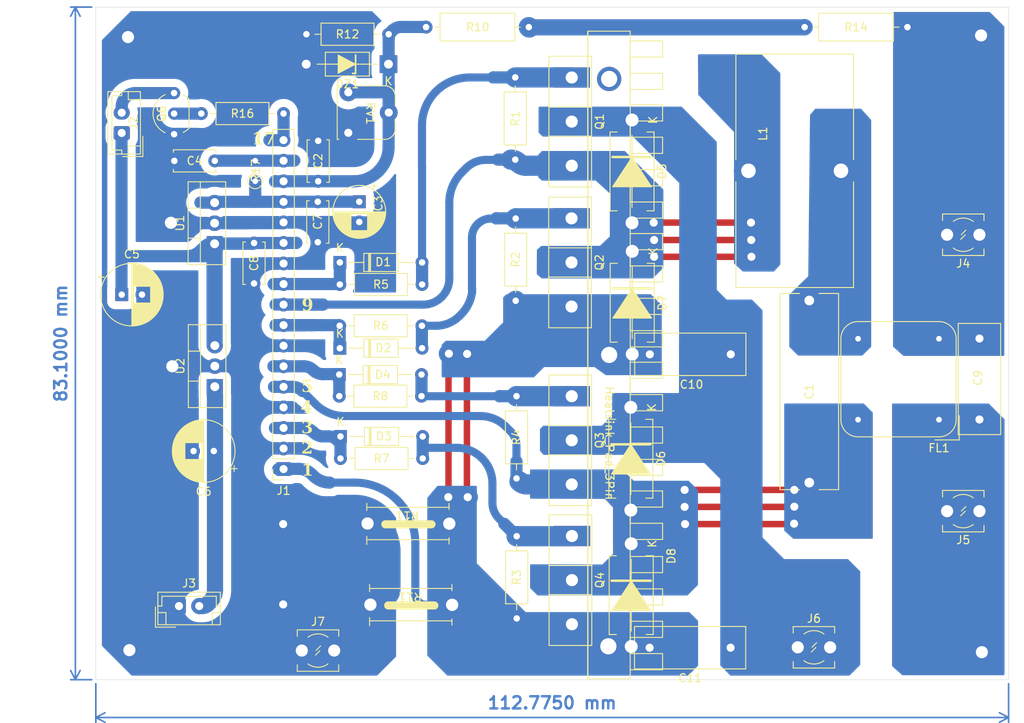
<source format=kicad_pcb>
(kicad_pcb (version 20240108) (generator "pcbnew") (generator_version "8.0")
  (title_block (title "INVERTER") (rev "V1"))
  (layers (0 "F.Cu" signal) (31 "B.Cu" signal) (34 "B.Paste" user) (35 "F.Paste" user) (36 "B.SilkS" user "B.Silkscreen") (37 "F.SilkS" user "F.Silkscreen") (38 "B.Mask" user) (39 "F.Mask" user) (44 "Edge.Cuts" user))
  (net 0 "")
  (net 1 "/N")
  (net 2 "/L")
  (net 3 "GND")
  (net 4 "/VFB")
  (net 5 "/TFB")
  (net 6 "/HO2")
  (net 7 "Net-(D1-A)")
  (net 8 "Net-(D2-A)")
  (net 9 "/LO2")
  (net 10 "/LO1")
  (net 11 "Net-(D3-A)")
  (net 12 "/HO1")
  (net 13 "Net-(D4-A)")
  (net 14 "/IFB")
  (net 15 "/FANCTR")
  (net 16 "/VS1")
  (net 17 "+12V")
  (net 18 "+5V")
  (net 19 "Net-(J2-Pin_2)")
  (net 20 "+VDC 400V")
  (net 21 "Net-(Q6-B)")
  (net 22 "Net-(R10-+)")
  (net 23 "/Vin_supply")
  (net 24 "/VS2")
  (net 25 "Net-(C1-+)")
  (footprint "Capacitor_THT:CP_Radial_D7.5mm_P2.50mm" (layer "F.Cu") (at 24.7244 56.4542)
    (property "Reference" "C5")
    (property "Value" "100uF/25V")
  )
  (footprint "Diode_THT:D_DO-35_SOD27_P10.16mm_Horizontal" (layer "F.Cu") (at 51.6044 66.326383)
    (property "Reference" "D4")
    (property "Value" "1N4148")
  )
  (footprint "Heat sink create:heatsink" (layer "F.Cu") (at 84.9494 63.9042 -90)
    (property "Reference" "HS1")
    (property "Value" "Heatsink_Pad_3Pin")
  )
  (footprint "Capacitor_THT:C_Disc_D5.0mm_W2.5mm_P5.00mm" (layer "F.Cu") (at 36.2244 39.926383 180)
    (property "Reference" "C4")
    (property "Value" "103")
  )
  (footprint "Package_TO_SOT_THT:TO-247-3_Vertical" (layer "F.Cu") (at 80.3244 29.626383 -90)
    (property "Reference" "Q1")
    (property "Value" "FGH40N60SFD")
  )
  (footprint "Package_TO_SOT_THT:TO-247-3_Vertical" (layer "F.Cu") (at 80.3244 69.001383 -90)
    (property "Reference" "Q3")
    (property "Value" "FGH40N60SFD")
  )
  (footprint "Resistor_THT:R_Axial_DIN0207_L6.3mm_D2.5mm_P10.16mm_Horizontal" (layer "F.Cu") (at 51.6744 55.201383)
    (property "Reference" "R5")
    (property "Value" "4.7")
  )
  (footprint "Capacitor_THT:C_Rect_L13.5mm_W5.0mm_P10.00mm_FKS3_FKP3_MKS4" (layer "F.Cu") (at 99.9744 63.8292 180)
    (property "Reference" "C10")
    (property "Value" "0.1u/275V")
  )
  (footprint "Package_TO_SOT_THT:TO-247-3_Vertical" (layer "F.Cu") (at 80.2994 47.026383 -90)
    (property "Reference" "Q2")
    (property "Value" "FGH40N60SFD")
  )
  (footprint "Resistor_THT:R_Axial_DIN0207_L6.3mm_D2.5mm_P10.16mm_Horizontal" (layer "F.Cu") (at 51.7494 76.701383)
    (property "Reference" "R7")
    (property "Value" "4.7")
  )
  (footprint "Resistor_THT:R_Axial_DIN0207_L6.3mm_D2.5mm_P10.16mm_Horizontal" (layer "F.Cu") (at 57.7044 24.281383 180)
    (property "Reference" "R12")
    (property "Value" "10k")
  )
  (footprint "r_shunt:shun_L10mm" (layer "F.Cu") (at 56.7994 82.2317 180)
    (property "Reference" "R11")
    (property "Value" "0.4")
  )
  (footprint "Capacitor_THT:C_Disc_D5.0mm_W2.5mm_P5.00mm" (layer "F.Cu") (at 48.9994 42.451383 90)
    (property "Reference" "C2")
    (property "Value" "104")
  )
  (footprint "Resistor_THT:R_Axial_DIN0309_L9.0mm_D3.2mm_P12.70mm_Horizontal" (layer "F.Cu") (at 75.0244 23.4042 180)
    (property "Reference" "R10")
    (property "Value" "100K")
  )
  (footprint "Capacitor_THT:C_Rect_L13.5mm_W5.0mm_P10.00mm_FKS3_FKP3_MKS4" (layer "F.Cu") (at 130.6994 61.8792 -90)
    (property "Reference" "C9")
    (property "Value" "0.1u/275V")
  )
  (footprint "Resistor_THT:R_Axial_DIN0207_L6.3mm_D2.5mm_P10.16mm_Horizontal" (layer "F.Cu") (at 51.6544 60.301383)
    (property "Reference" "R6")
    (property "Value" "4.7")
  )
  (footprint "Resistor_THT:R_Axial_DIN0309_L9.0mm_D3.2mm_P12.70mm_Horizontal" (layer "F.Cu") (at 121.7994 23.4042 180)
    (property "Reference" "R14")
    (property "Value" "100K")
  )
  (footprint "Capacitor_THT:C_Disc_D5.0mm_W2.5mm_P5.00mm" (layer "F.Cu") (at 48.9494 44.976383 -90)
    (property "Reference" "C7")
    (property "Value" "104")
  )
  (footprint "Connector_PinSocket_2.54mm:PinSocket_1x17_P2.54mm_Vertical" (layer "F.Cu") (at 44.7194 78.006383 180)
    (property "Reference" "J1")
    (property "Value" "EGS002")
  )
  (footprint "Capacitor_THT:C_Rect_L13.5mm_W5.0mm_P10.00mm_FKS3_FKP3_MKS4" (layer "F.Cu") (at 99.95 100.075 180)
    (property "Reference" "C11")
    (property "Value" "0.1u/275V")
  )
  (footprint "Inductor_THT:Choke_Schaffner_RN102-04-14.0x14.0mm" (layer "F.Cu") (at 125.6994 71.9042 180)
    (property "Reference" "FL1")
    (property "Value" "Filter_EMI_LL")
  )
  (footprint "PCM_Diode_THT_AKL:D_DO-41_SOD81_P10.16mm_Horizontal_Zener" (layer "F.Cu") (at 57.6844 27.9792 180)
    (property "Reference" "DZ1")
    (property "Value" "BZD23-C5V1" (hide yes))
  )
  (footprint "Capacitor_THT:C_Rect_L24.0mm_W7.0mm_P22.50mm_MKT" (layer "F.Cu") (at 109.6744 57.1792 -90)
    (property "Reference" "C1")
    (property "Value" "225/400V")
  )
  (footprint "Resistor_THT:R_Axial_DIN0207_L6.3mm_D2.5mm_P10.16mm_Horizontal" (layer "F.Cu") (at 73.5244 86.301383 -90)
    (property "Reference" "R3")
    (property "Value" "10k")
  )
  (footprint "Diode_THT:D_DO-35_SOD27_P10.16mm_Horizontal" (layer "F.Cu") (at 51.7494 73.976383)
    (property "Reference" "D3")
    (property "Value" "1N4148")
  )
  (footprint "TerminalBlock_MetzConnect:TerminalBlock_MetzConnect_360381_1x01_Horizontal_ScrewM3.0" (layer "F.Cu") (at 130.6994 83.2042 180)
    (property "Reference" "J5")
    (property "Value" "N")
  )
  (footprint "TerminalBlock_MetzConnect:TerminalBlock_MetzConnect_360381_1x01_Horizontal_ScrewM3.0" (layer "F.Cu") (at 46.9744 100.4292)
    (property "Reference" "J7")
    (property "Value" "GND")
  )
  (footprint "PCM_Diode_THT_AKL:D_DO-201AD_P12.70mm_Horizontal" (layer "F.Cu") (at 87.7744 34.8792 -90)
    (property "Reference" "D5")
    (property "Value" "MUR460" (hide yes))
  )
  (footprint "Package_TO_SOT_THT:TO-92_Inline_Wide" (layer "F.Cu") (at 31.1944 36.631383 90)
    (property "Reference" "Q6")
    (property "Value" "2N2222A")
  )
  (footprint "Package_TO_SOT_THT:TO-247-3_Vertical" (layer "F.Cu") (at 80.3494 86.276383 -90)
    (property "Reference" "Q4")
    (property "Value" "FGH40N60SFD")
  )
  (footprint "PCM_Diode_THT_AKL:D_DO-201AD_P12.70mm_Horizontal" (layer "F.Cu") (at 87.6244 70.3792 -90)
    (property "Reference" "D6")
    (property "Value" "MUR460" (hide yes))
  )
  (footprint "PCM_Diode_THT_AKL:D_DO-201AD_P12.70mm_Horizontal" (layer "F.Cu") (at 87.6744 87.2292 -90)
    (property "Reference" "D8")
    (property "Value" "MUR460" (hide yes))
  )
  (footprint "Diode_THT:D_DO-35_SOD27_P10.16mm_Horizontal" (layer "F.Cu") (at 51.6744 63.076383)
    (property "Reference" "D2")
    (property "Value" "1N4148")
  )
  (footprint "r_shunt:shun_L10mm" (layer "F.Cu") (at 57.1494 92.2567 180)
    (property "Reference" "R11")
    (property "Value" "0.4")
  )
  (footprint "Resistor_THT:R_Axial_DIN0207_L6.3mm_D2.5mm_P10.16mm_Horizontal" (layer "F.Cu") (at 73.4994 69.001383 -90)
    (property "Reference" "R4")
    (property "Value" "10k")
  )
  (footprint "Resistor_THT:R_Axial_DIN0207_L6.3mm_D2.5mm_P10.16mm_Horizontal" (layer "F.Cu") (at 73.3494 29.616383 -90)
    (property "Reference" "R1")
    (property "Value" "10k")
  )
  (footprint "Resistor_THT:R_Axial_DIN0204_L3.6mm_D1.6mm_P2.54mm_Vertical" (layer "F.Cu") (at 41.2194 42.446383 90)
    (property "Reference" "R17")
    (property "Value" "NTC/10K")
  )
  (footprint "Resistor_THT:R_Axial_DIN0207_L6.3mm_D2.5mm_P10.16mm_Horizontal" (layer "F.Cu") (at 73.3994 47.051383 -90)
    (property "Reference" "R2")
    (property "Value" "10k")
  )
  (footprint "Resistor_THT:R_Axial_DIN0207_L6.3mm_D2.5mm_P10.16mm_Horizontal" (layer "F.Cu") (at 44.7194 34.081383 180)
    (property "Reference" "R16")
    (property "Value" "2.2K")
  )
  (footprint "Capacitor_THT:CP_Radial_D6.3mm_P2.50mm" (layer "F.Cu") (at 54.0744 44.976383 -90)
    (property "Reference" "C3")
    (property "Value" "220uF/10V")
  )
  (footprint "Inductor_THT:L_Toroid_Vertical_L28.6mm_W14.3mm_P11.43mm_Bourns_5700" (layer "F.Cu") (at 102.1594 41.1542 90)
    (property "Reference" "L1")
    (property "Value" "3.3mH")
  )
  (footprint "PCM_SL_Devices:Potentiometer_RM065" (layer "F.Cu") (at 54.7494 33.9292 90)
    (property "Reference" "RV1")
    (property "Value" "10K")
  )
  (footprint "PCM_Diode_THT_AKL:D_DO-201AD_P12.70mm_Horizontal" (layer "F.Cu") (at 87.7994 51.1042 -90)
    (property "Reference" "D7")
    (property "Value" "MUR460" (hide yes))
  )
  (footprint "TerminalBlock_MetzConnect:TerminalBlock_MetzConnect_360381_1x01_Horizontal_ScrewM3.0" (layer "F.Cu") (at 130.6994 49.0542 180)
    (property "Reference" "J4")
    (property "Value" "L")
  )
  (footprint "Connector_JST:JST_EH_B2B-EH-A_1x02_P2.50mm_Vertical" (layer "F.Cu") (at 24.7244 36.4792 90)
    (property "Reference" "J2")
    (property "Value" "FAN")
  )
  (footprint "Package_TO_SOT_THT:TO-220-3_Vertical" (layer "F.Cu") (at 36.2244 67.8292 90)
    (property "Reference" "U2")
    (property "Value" "L7812")
  )
  (footprint "Capacitor_THT:C_Disc_D5.0mm_W2.5mm_P5.00mm" (layer "F.Cu") (at 41.0744 50.076383 -90)
    (property "Reference" "C8")
    (property "Value" "104")
  )
  (footprint "Package_TO_SOT_THT:TO-220-3_Vertical" (layer "F.Cu") (at 36.1994 50.1692 90)
    (property "Reference" "U1")
    (property "Value" "L7805")
  )
  (footprint "Diode_THT:D_DO-35_SOD27_P10.16mm_Horizontal" (layer "F.Cu") (at 51.6744 52.476383)
    (property "Reference" "D1")
    (property "Value" "1N4148")
  )
  (footprint "Connector_JST:JST_EH_B2B-EH-A_1x02_P2.50mm_Vertical" (layer "F.Cu") (at 31.7994 94.9292)
    (property "Reference" "J3")
    (property "Value" "Vin")
  )
  (footprint "Resistor_THT:R_Axial_DIN0207_L6.3mm_D2.5mm_P10.16mm_Horizontal" (layer "F.Cu") (at 51.6044 69.001383)
    (property "Reference" "R8")
    (property "Value" "4.7")
  )
  (footprint "Capacitor_THT:CP_Radial_D7.5mm_P2.50mm" (layer "F.Cu") (at 36.0994 75.7792 180)
    (property "Reference" "C6")
    (property "Value" "330uF/35V")
  )
  (footprint "TerminalBlock_MetzConnect:TerminalBlock_MetzConnect_360381_1x01_Horizontal_ScrewM3.0" (layer "F.Cu") (at 108.2494 100.0292)
    (property "Reference" "J6")
    (property "Value" "VDD")
  )
  (gr_rect (start 21.5244 20.926383) (end 134.2994 104.026383) (stroke (width 0.05)) (fill none) (layer "Edge.Cuts"))
  (gr_text "3" (at 46.8994 73.826383 0) (layer "F.SilkS") (effects (font (size 1.5 1.5) (thickness 0.2) (bold yes)) (justify left bottom)))
  (gr_text "4" (at 46.8244 71.326383 0) (layer "F.SilkS") (effects (font (size 1.5 1.5) (thickness 0.2) (bold yes)) (justify left bottom)))
  (gr_text "17" (at 40.8244 38.151383 0) (layer "F.SilkS") (effects (font (size 1.5 1.5) (thickness 0.2) (bold yes)) (justify left bottom)))
  (gr_text "1" (at 46.9494 79.076383 0) (layer "F.SilkS") (effects (font (size 1.5 1.5) (thickness 0.2) (bold yes)) (justify left bottom)))
  (gr_text "2" (at 46.8994 76.351383 0) (layer "F.SilkS") (effects (font (size 1.5 1.5) (thickness 0.2) (bold yes)) (justify left bottom)))
  (gr_text "5" (at 46.8994 68.726383 0) (layer "F.SilkS") (effects (font (size 1.5 1.5) (thickness 0.2) (bold yes)) (justify left bottom)))
  (gr_text "9" (at 46.9494 58.7042 0) (layer "F.SilkS") (effects (font (size 1.5 1.5) (thickness 0.2) (bold yes)) (justify left bottom)))
  (dimension (type aligned) (layer "B.Cu") (pts (xy 21.5244 20.926383) (xy 21.5244 104.026383)) (height 2.5244) (gr_text "83.1000 mm" (at 17.2 62.476383 90) (layer "B.Cu") (effects (font (size 1.5 1.5) (thickness 0.3)))) (format (prefix "") (suffix "") (units 3) (units_format 1) (precision 4)) (style (thickness 0.2) (arrow_length 1.27) (text_position_mode 0) (extension_height 0.58642) (extension_offset 0.5) keep_text_aligned))
  (dimension (type aligned) (layer "B.Cu") (pts (xy 21.5244 104.026383) (xy 134.2994 104.026383)) (height 4.673617) (gr_text "112.7750 mm" (at 77.9119 106.9 0) (layer "B.Cu") (effects (font (size 1.5 1.5) (thickness 0.3)))) (format (prefix "") (suffix "") (units 3) (units_format 1) (precision 4)) (style (thickness 0.2) (arrow_length 1.27) (text_position_mode 0) (extension_height 0.58642) (extension_offset 0.5) keep_text_aligned))
  (via (at 130.9994 100.6292) (size 4) (drill 1.5) (layers "F.Cu" "B.Cu") (net 1))
  (via (at 130.8994 24.4292) (size 4) (drill 1.5) (layers "F.Cu" "B.Cu") (net 2))
  (via (at 44.6744 94.7292) (size 2.2) (drill 1) (layers "F.Cu" "B.Cu") (net 3))
  (via (at 30.9744 65.3042) (size 3) (drill 1.5) (layers "F.Cu" "B.Cu") (net 3))
  (via (at 25.4994 24.6292) (size 4) (drill 1.5) (layers "F.Cu" "B.Cu") (net 3))
  (via (at 44.6744 84.8042) (size 2.2) (drill 1) (layers "F.Cu" "B.Cu") (net 3))
  (via (at 25.6744 100.3792) (size 4) (drill 1.5) (layers "F.Cu" "B.Cu") (net 3))
  (via (at 30.7994 47.5792) (size 3) (drill 1.5) (layers "F.Cu" "B.Cu") (net 3))
  (segment (start 40.9094 64.407968) (end 40.9094 65.150431) (width 1.5) (layer "B.Cu") (net 3))
  (segment (start 49.0944 62.771383) (end 49.0994 62.776383) (width 1.5) (layer "B.Cu") (net 3))
  (segment (start 34.615436 36.631383) (end 31.1944 36.631383) (width 1.5) (layer "B.Cu") (net 3))
  (segment (start 44.7194 62.766383) (end 40.9094 62.766383) (width 1.5) (layer "B.Cu") (net 3))
  (segment (start 44.882177 81.844332) (end 44.789778 81.836248) (width 1) (layer "B.Cu") (net 3))
  (segment (start 40.969148 70.386383) (end 45.816064 70.386383) (width 1.5) (layer "B.Cu") (net 3))
  (segment (start 40.013168 65.3042) (end 30.9744 65.3042) (width 1.5) (layer "B.Cu") (net 3))
  (segment (start 38.463192 35.03759) (end 44.813478 28.687303) (width 1.5) (layer "B.Cu") (net 3))
  (segment (start 52.649518 81.866267) (end 52.774844 81.87613) (width 1) (layer "B.Cu") (net 3))
  (segment (start 52.147026 81.8542) (end 45.252854 81.8542) (width 1) (layer "B.Cu") (net 3))
  (segment (start 41.931536 80.386336) (end 42.088808 80.543608) (width 1) (layer "B.Cu") (net 3))
  (segment (start 47.531642 24.294141) (end 47.5444 24.281383) (width 1.5) (layer "B.Cu") (net 3))
  (segment (start 52.223308 36.955291) (end 52.7194 36.4592) (width 1.5) (layer "B.Cu") (net 3))
  (segment (start 44.7194 52.606383) (end 46.944401 52.606383) (width 1.5) (layer "B.Cu") (net 3))
  (segment (start 44.667991 47.577791) (end 44.7194 47.526383) (width 1.5) (layer "B.Cu") (net 3))
  (segment (start 30.884755 47.6292) (end 36.1994 47.6292) (width 1.5) (layer "B.Cu") (net 3))
  (segment (start 48.63712 47.526383) (end 44.722935 47.526383) (width 1.5) (layer "B.Cu") (net 3))
  (segment (start 47.518884 24.324941) (end 47.518884 27.969783) (width 1.5) (layer "B.Cu") (net 3))
  (segment (start 30.7994 47.5792) (end 30.8244 47.6042) (width 1.5) (layer "B.Cu") (net 3))
  (segment (start 47.161896 75.466395) (end 47.163162 75.467637) (width 1.5) (layer "B.Cu") (net 3))
  (segment (start 48.9444 47.833662) (end 48.9444 50.606384) (width 1.5) (layer "B.Cu") (net 3))
  (segment (start 40.926862 78.322331) (end 40.918935 78.241839) (width 1) (layer "B.Cu") (net 3))
  (segment (start 58.6744 88.381571) (end 58.6744 92.831937) (width 1) (layer "B.Cu") (net 3))
  (segment (start 44.7194 62.766383) (end 49.082328 62.766383) (width 1.5) (layer "B.Cu") (net 3))
  (segment (start 44.54388 47.6292) (end 36.1994 47.6292) (width 1.5) (layer "B.Cu") (net 3))
  (segment (start 40.9094 54.88537) (end 40.9094 64.407968) (width 1.5) (layer "B.Cu") (net 3))
  (segment (start 57.05723 84.004197) (end 57.138873 84.099788) (width 1) (layer "B.Cu") (net 3))
  (segment (start 47.520499 27.9792) (end 46.522991 27.9792) (width 1.5) (layer "B.Cu") (net 3))
  (segment (start 44.7194 52.606383) (end 43.188387 52.606383) (width 1.5) (layer "B.Cu") (net 3))
  (segment (start 51.025637 37.451383) (end 48.9994 37.451383) (width 1.5) (layer "B.Cu") (net 3))
  (segment (start 44.71853 75.466383) (end 40.9094 75.466383) (width 1.5) (layer "B.Cu") (net 3))
  (segment (start 40.9094 77.918681) (end 40.9094 65.150431) (width 1.5) (layer "B.Cu") (net 3))
  (segment (start 41.65845 80.088573) (end 41.709761 80.151096) (width 1) (layer "B.Cu") (net 3))
  (segment (start 56.749637 94.7567) (end 55.4494 94.7567) (width 1) (layer "B.Cu") (net 3))
  (segment (start 42.428948 80.858358) (end 42.357896 80.798738) (width 1) (layer "B.Cu") (net 3))
  (segment (start 44.721499 75.465153) (end 47.158856 75.465153) (width 1.5) (layer "B.Cu") (net 3))
  (segment (start 56.428868 83.389659) (end 56.524461 83.471303) (width 1) (layer "B.Cu") (net 3))
  (segment (start 40.9269 70.368883) (end 40.9094 70.351383) (width 1.5) (layer "B.Cu") (net 3))
  (segment (start 45.82199 70.383928) (end 45.824445 70.381474) (width 1.5) (layer "B.Cu") (net 3))
  (segment (start 58.662278 87.879084) (end 58.652414 87.75376) (width 1) (layer "B.Cu") (net 3))
  (arc (start 56.709731 83.641077) (mid 56.799005 83.729594) (end 56.88749 83.818899) (width 1) (layer "B.Cu") (net 3))
  (arc (start 44.71853 75.466383) (mid 44.719333 75.466223) (end 44.720015 75.465768) (width 1.5) (layer "B.Cu") (net 3))
  (arc (start 43.364428 81.454325) (mid 43.534107 81.528986) (end 43.706882 81.596175) (width 1) (layer "B.Cu") (net 3))
  (arc (start 41.161657 79.259713) (mid 41.227152 79.407471) (end 41.299819 79.551838) (width 1) (layer "B.Cu") (net 3))
  (arc (start 41.299819 79.551838) (mid 41.379482 79.692466) (end 41.46595 79.829015) (width 1) (layer "B.Cu") (net 3))
  (arc (start 41.052793 78.955451) (mid 41.10349 79.108918) (end 41.161657 79.259713) (width 1) (layer "B.Cu") (net 3))
  (arc (start 58.593351 87.254766) (mid 58.627782 87.503683) (end 58.652414 87.75376) (width 1) (layer "B.Cu") (net 3))
  (arc (start 30.884755 47.6292) (mid 30.852091 47.622702) (end 30.8244 47.6042) (width 1.5) (layer "B.Cu") (net 3))
  (arc (start 58.6744 92.831937) (mid 58.527886 93.568511) (end 58.11065 94.19295) (width 1) (layer "B.Cu") (net 3))
  (arc (start 48.8544 47.616383) (mid 48.921009 47.716071) (end 48.9444 47.833662) (width 1.5) (layer "B.Cu") (net 3))
  (arc (start 40.6469 65.0417) (mid 40.841178 64.750941) (end 40.9094 64.407968) (width 1.5) (layer "B.Cu") (net 3))
  (arc (start 47.161896 75.466395) (mid 47.160498 75.465475) (end 47.158856 75.465153) (width 1.5) (layer "B.Cu") (net 3))
  (arc (start 44.722935 47.526383) (mid 44.719668 47.525733) (end 44.7169 47.523883) (width 1.5) (layer "B.Cu") (net 3))
  (arc (start 58.495319 86.761944) (mid 58.549174 87.007392) (end 58.593351 87.254766) (width 1) (layer "B.Cu") (net 3))
  (arc (start 58.11065 94.19295) (mid 57.486211 94.610186) (end 56.749637 94.7567) (width 1) (layer "B.Cu") (net 3))
  (arc (start 55.178045 82.553889) (mid 55.399663 82.672345) (end 55.61646 82.799412) (width 1) (layer "B.Cu") (net 3))
  (arc (start 40.6469 65.0417) (mid 40.814475 65.008367) (end 40.9094 65.150431) (width 1.5) (layer "B.Cu") (net 3))
  (arc (start 42.220619 80.674157) (mid 42.288048 80.73778) (end 42.357896 80.798738) (width 1) (layer "B.Cu") (net 3))
  (arc (start 40.974276 78.641985) (mid 41.009687 78.799681) (end 41.052793 78.955451) (width 1) (layer "B.Cu") (net 3))
  (arc (start 44.422278 81.787865) (mid 44.6055 81.816065) (end 44.789778 81.836248) (width 1) (layer "B.Cu") (net 3))
  (arc (start 58.673272 88.130134) (mid 58.674117 88.255851) (end 58.6744 88.381571) (width 1) (layer "B.Cu") (net 3))
  (arc (start 40.013168 65.3042) (mid 40.356141 65.235978) (end 40.6469 65.0417) (width 1.5) (layer "B.Cu") (net 3))
  (arc (start 56.524461 83.471303) (mid 56.618578 83.554572) (end 56.709731 83.641077) (width 1) (layer "B.Cu") (net 3))
  (arc (start 58.358925 86.278334) (mid 58.43187 86.5188) (end 58.495319 86.761944) (width 1) (layer "B.Cu") (net 3))
  (arc (start 57.138873 84.099788) (mid 57.298288 84.294035) (end 57.449954 84.494391) (width 1) (layer "B.Cu") (net 3))
  (arc (start 53.766673 82.033214) (mid 54.009821 82.096661) (end 54.250291 82.169606) (width 1) (layer "B.Cu") (net 3))
  (arc (start 57.449954 84.494391) (mid 57.593637 84.700547) (end 57.729116 84.912186) (width 1) (layer "B.Cu") (net 3))
  (arc (start 58.662278 87.879084) (mid 58.669958 88.004513) (end 58.673272 88.130134) (width 1) (layer "B.Cu") (net 3))
  (arc (start 41.5769 53.273883) (mid 42.316256 52.77986) (end 43.188387 52.606383) (width 1.5) (layer "B.Cu") (net 3))
  (arc (start 52.223308 36.955291) (mid 51.673812 37.322452) (end 51.025637 37.451383) (width 1.5) (layer "B.Cu") (net 3))
  (arc (start 47.520499 27.9792) (mid 47.521992 27.978202) (end 47.521642 27.976442) (width 1.5) (layer "B.Cu") (net 3))
  (arc (start 41.46595 79.829015) (mid 41.559014 79.961157) (end 41.65845 80.088573) (width 1) (layer "B.Cu") (net 3))
  (arc (start 53.273845 81.935187) (mid 53.521221 81.979361) (end 53.766673 82.033214) (width 1) (layer "B.Cu") (net 3))
  (arc (start 45.82199 70.383928) (mid 45.819271 70.385744) (end 45.816064 70.386383) (width 1.5) (layer "B.Cu") (net 3))
  (arc (start 55.61646 82.799412) (mid 55.828101 82.934892) (end 56.03426 83.078576) (width 1) (layer "B.Cu") (net 3))
  (arc (start 41.709761 80.151096) (mid 41.762405 80.212431) (end 41.817707 80.271382) (width 1) (layer "B.Cu") (net 3))
  (arc (start 44.7169 47.523883) (mid 44.71413 47.522032) (end 44.710864 47.521383) (width 1.5) (layer "B.Cu") (net 3))
  (arc (start 44.54388 47.6292) (mid 44.611048 47.615839) (end 44.667991 47.577791) (width 1.5) (layer "B.Cu") (net 3))
  (arc (start 40.910204 78.080455) (mid 40.912789 78.161243) (end 40.918935 78.241839) (width 1) (layer "B.Cu") (net 3))
  (arc (start 44.720015 75.465768) (mid 44.720696 75.465312) (end 44.721499 75.465153) (width 1.5) (layer "B.Cu") (net 3))
  (arc (start 41.817707 80.271382) (mid 41.87448 80.328998) (end 41.931536 80.386336) (width 1) (layer "B.Cu") (net 3))
  (arc (start 56.03426 83.078576) (mid 56.234618 83.230243) (end 56.428868 83.389659) (width 1) (layer "B.Cu") (net 3))
  (arc (start 42.72302 81.084008) (mid 42.877157 81.186999) (end 43.03564 81.283169) (width 1) (layer "B.Cu") (net 3))
  (arc (start 57.974638 85.350594) (mid 58.084302 85.576688) (end 58.185006 85.806914) (width 1) (layer "B.Cu") (net 3))
  (arc (start 56.88749 83.818899) (mid 56.97397 83.910073) (end 57.05723 84.004197) (width 1) (layer "B.Cu") (net 3))
  (arc (start 47.521642 27.976442) (mid 47.5196 27.973386) (end 47.518884 27.969783) (width 1.5) (layer "B.Cu") (net 3))
  (arc (start 40.926862 78.322331) (mid 40.946645 78.48274) (end 40.974276 78.641985) (width 1) (layer "B.Cu") (net 3))
  (arc (start 44.060396 81.707638) (mid 44.240461 81.751699) (end 44.422278 81.787865) (width 1) (layer "B.Cu") (net 3))
  (arc (start 44.882177 81.844332) (mid 44.974671 81.850617) (end 45.067339 81.853308) (width 1) (layer "B.Cu") (net 3))
  (arc (start 42.088808 80.543608) (mid 42.154556 80.609041) (end 42.220619 80.674157) (width 1) (layer "B.Cu") (net 3))
  (arc (start 46.944401 52.606383) (mid 48.358613 52.020596) (end 48.9444 50.606384) (width 1.5) (layer "B.Cu") (net 3))
  (arc (start 58.185006 85.806914) (mid 58.276594 86.040916) (end 58.358925 86.278334) (width 1) (layer "B.Cu") (net 3))
  (arc (start 38.463192 35.03759) (mid 36.697826 36.217169) (end 34.615436 36.631383) (width 1.5) (layer "B.Cu") (net 3))
  (arc (start 42.428948 80.858358) (mid 42.573522 80.974391) (end 42.72302 81.084008) (width 1) (layer "B.Cu") (net 3))
  (arc (start 52.398466 81.855302) (mid 52.272747 81.854475) (end 52.147026 81.8542) (width 1) (layer "B.Cu") (net 3))
  (arc (start 43.03564 81.283169) (mid 43.198166 81.372334) (end 43.364428 81.454325) (width 1) (layer "B.Cu") (net 3))
  (arc (start 54.250291 82.169606) (mid 54.487712 82.251935) (end 54.721718 82.343522) (width 1) (layer "B.Cu") (net 3))
  (arc (start 45.067339 81.853308) (mid 45.160095 81.853976) (end 45.252854 81.8542) (width 1) (layer "B.Cu") (net 3))
  (arc (start 49.0944 62.771383) (mid 49.088861 62.767682) (end 49.082328 62.766383) (width 1.5) (layer "B.Cu") (net 3))
  (arc (start 44.813478 28.687303) (mid 45.597809 28.163229) (end 46.522991 27.9792) (width 1.5) (layer "B.Cu") (net 3))
  (arc (start 52.398466 81.855302) (mid 52.524087 81.858595) (end 52.649518 81.866267) (width 1) (layer "B.Cu") (net 3))
  (arc (start 47.518884 24.324941) (mid 47.522199 24.308272) (end 47.531642 24.294141) (width 1.5) (layer "B.Cu") (net 3))
  (arc (start 54.721718 82.343522) (mid 54.951946 82.444224) (end 55.178045 82.553889) (width 1) (layer "B.Cu") (net 3))
  (arc (start 41.5769 53.273883) (mid 41.082877 54.013239) (end 40.9094 54.88537) (width 1.5) (layer "B.Cu") (net 3))
  (arc (start 43.706882 81.596175) (mid 43.882423 81.655763) (end 44.060396 81.707638) (width 1) (layer "B.Cu") (net 3))
  (arc (start 40.9094 77.918681) (mid 40.909601 77.999568) (end 40.910204 78.080455) (width 1.5) (layer "B.Cu") (net 3))
  (arc (start 48.8544 47.616383) (mid 48.754711 47.549773) (end 48.63712 47.526383) (width 1.5) (layer "B.Cu") (net 3))
  (arc (start 57.729116 84.912186) (mid 57.856181 85.128979) (end 57.974638 85.350594) (width 1) (layer "B.Cu") (net 3))
  (arc (start 52.774844 81.87613) (mid 53.024924 81.900759) (end 53.273845 81.935187) (width 1) (layer "B.Cu") (net 3))
  (arc (start 40.969148 70.386383) (mid 40.946283 70.381834) (end 40.9269 70.368883) (width 1.5) (layer "B.Cu") (net 3))
  (segment (start 57.7044 28.404416) (end 57.7044 30.767847) (width 1.5) (layer "B.Cu") (net 4))
  (segment (start 57.7194 33.922076) (end 57.7194 31.703374) (width 1.5) (layer "B.Cu") (net 4))
  (segment (start 44.7194 42.446383) (end 43.682935 42.446383) (width 1.5) (layer "B.Cu") (net 4))
  (segment (start 62.313024 23.392824) (end 62.3244 23.4042) (width 1.5) (layer "B.Cu") (net 4))
  (segment (start 57.475225 31.4592) (end 52.7194 31.4592) (width 1.5) (layer "B.Cu") (net 4))
  (segment (start 57.69315 33.93295) (end 57.6669 33.9067) (width 1.5) (layer "B.Cu") (net 4))
  (segment (start 44.7194 42.446383) (end 53.440168 42.446383) (width 1.5) (layer "B.Cu") (net 4))
  (segment (start 57.7044 28.298349) (end 57.7044 24.919342) (width 1.5) (layer "B.Cu") (net 4))
  (segment (start 43.6769 42.448883) (end 43.6744 42.451383) (width 1.5) (layer "B.Cu") (net 4))
  (segment (start 57.6994 38.187151) (end 57.6994 30.779918) (width 1.5) (layer "B.Cu") (net 4))
  (segment (start 59.123488 23.381449) (end 62.285561 23.381449) (width 1.5) (layer "B.Cu") (net 4))
  (segment (start 57.7044 28.404416) (end 57.7044 28.298349) (width 1.5) (layer "B.Cu") (net 4))
  (arc (start 57.7194 31.703374) (mid 57.700813 31.609932) (end 57.647883 31.530717) (width 1.5) (layer "B.Cu") (net 4))
  (arc (start 57.7019 30.773883) (mid 57.700049 30.776651) (end 57.6994 30.779918) (width 1.5) (layer "B.Cu") (net 4))
  (arc (start 57.7044 28.298349) (mid 57.690839 28.318644) (end 57.6669 28.313883) (width 1.5) (layer "B.Cu") (net 4))
  (arc (start 57.7019 30.773883) (mid 57.70375 30.771113) (end 57.7044 30.767847) (width 1.5) (layer "B.Cu") (net 4))
  (arc (start 43.6769 42.448883) (mid 43.679668 42.447032) (end 43.682935 42.446383) (width 1.5) (layer "B.Cu") (net 4))
  (arc (start 57.475225 31.4592) (mid 57.568666 31.477786) (end 57.647883 31.530717) (width 1.5) (layer "B.Cu") (net 4))
  (arc (start 59.123488 23.381449) (mid 58.599735 23.520673) (end 58.155491 23.830291) (width 1.5) (layer "B.Cu") (net 4))
  (arc (start 57.7194 33.922076) (mid 57.709907 33.936282) (end 57.69315 33.93295) (width 1.5) (layer "B.Cu") (net 4))
  (arc (start 58.155491 23.830291) (mid 57.821639 24.329944) (end 57.7044 24.919342) (width 1.5) (layer "B.Cu") (net 4))
  (arc (start 57.6994 38.187151) (mid 57.375185 39.817088) (end 56.4519 41.198883) (width 1.5) (layer "B.Cu") (net 4))
  (arc (start 62.285561 23.381449) (mid 62.300424 23.384405) (end 62.313024 23.392824) (width 1.5) (layer "B.Cu") (net 4))
  (arc (start 53.440168 42.446383) (mid 55.070105 42.122168) (end 56.4519 41.198883) (width 1.5) (layer "B.Cu") (net 4))
  (arc (start 57.7044 28.404416) (mid 57.694654 28.355419) (end 57.6669 28.313883) (width 1.5) (layer "B.Cu") (net 4))
  (segment (start 44.7194 39.906383) (end 45.998186 39.906383) (width 1.5) (layer "B.Cu") (net 5))
  (segment (start 46.0344 39.891383) (end 46.0494 39.876383) (width 1.5) (layer "B.Cu") (net 5))
  (segment (start 36.2344 39.916383) (end 36.2244 39.926383) (width 1.5) (layer "B.Cu") (net 5))
  (segment (start 44.7194 39.906383) (end 36.258542 39.906383) (width 1.5) (layer "B.Cu") (net 5))
  (arc (start 36.2344 39.916383) (mid 36.245476 39.908981) (end 36.258542 39.906383) (width 1.5) (layer "B.Cu") (net 5))
  (arc (start 46.0344 39.891383) (mid 46.017785 39.902484) (end 45.998186 39.906383) (width 1.5) (layer "B.Cu") (net 5))
  (segment (start 44.7194 55.146383) (end 43.507935 55.146383) (width 1.5) (layer "B.Cu") (net 6))
  (segment (start 51.6744 55.162492) (end 51.6744 52.476383) (width 1.5) (layer "B.Cu") (net 6))
  (segment (start 43.5019 55.148883) (end 43.4994 55.151383) (width 1.5) (layer "B.Cu") (net 6))
  (segment (start 44.7194 55.146383) (end 51.580509 55.146383) (width 1.5) (layer "B.Cu") (net 6))
  (arc (start 51.6744 55.162492) (mid 51.664455 55.177374) (end 51.6469 55.173883) (width 1.5) (layer "B.Cu") (net 6))
  (arc (start 51.580509 55.146383) (mid 51.616439 55.15353) (end 51.6469 55.173883) (width 1.5) (layer "B.Cu") (net 6))
  (arc (start 43.507935 55.146383) (mid 43.504689 55.147018) (end 43.5019 55.148883) (width 1.5) (layer "B.Cu") (net 6))
  (segment (start 61.8344 52.476383) (end 61.8344 40.621271) (width 1) (layer "B.Cu") (net 7))
  (segment (start 61.8344 52.476383) (end 61.8344 55.201383) (width 1.5) (layer "B.Cu") (net 7))
  (segment (start 80.307328 29.616383) (end 73.3494 29.616383) (width 2.5) (layer "B.Cu") (net 7))
  (segment (start 70.636746 29.616852) (end 70.635807 29.617792) (width 1.5) (layer "B.Cu") (net 7))
  (segment (start 61.8244 40.597128) (end 61.8244 35.526452) (width 1) (layer "B.Cu") (net 7))
  (segment (start 70.637879 29.616383) (end 73.3494 29.616383) (width 1.5) (layer "B.Cu") (net 7))
  (segment (start 80.3194 29.621383) (end 80.3244 29.626383) (width 1.5) (layer "B.Cu") (net 7))
  (segment (start 70.634672 29.618262) (end 67.73259 29.618262) (width 1) (layer "B.Cu") (net 7))
  (arc (start 63.554869 31.348731) (mid 62.274134 33.265485) (end 61.8244 35.526452) (width 1) (layer "B.Cu") (net 7))
  (arc (start 61.8244 40.597128) (mid 61.825699 40.603661) (end 61.8294 40.6092) (width 1) (layer "B.Cu") (net 7))
  (arc (start 70.636746 29.616852) (mid 70.637266 29.616504) (end 70.637879 29.616383) (width 1.5) (layer "B.Cu") (net 7))
  (arc (start 80.307328 29.616383) (mid 80.313861 29.617682) (end 80.3194 29.621383) (width 1.5) (layer "B.Cu") (net 7))
  (arc (start 63.554869 31.348731) (mid 65.471623 30.067996) (end 67.73259 29.618262) (width 1) (layer "B.Cu") (net 7))
  (arc (start 61.8344 40.621271) (mid 61.8331 40.614738) (end 61.8294 40.6092) (width 1) (layer "B.Cu") (net 7))
  (arc (start 70.634672 29.618262) (mid 70.635286 29.618139) (end 70.635807 29.617792) (width 1) (layer "B.Cu") (net 7))
  (segment (start 73.381722 47.051383) (end 73.399399 47.051383) (width 2.5) (layer "B.Cu") (net 8))
  (segment (start 61.8244 63.066383) (end 61.8344 63.076383) (width 1.5) (layer "B.Cu") (net 8))
  (segment (start 70.968391 47.05211) (end 70.350753 47.05211) (width 1) (layer "B.Cu") (net 8))
  (segment (start 73.442077 47.026383) (end 73.429576 47.038883) (width 2.5) (layer "B.Cu") (net 8))
  (segment (start 66.649399 58.901382) (end 66.463855 59.086927) (width 1) (layer "B.Cu") (net 8))
  (segment (start 70.076844 47.063563) (end 70.956938 47.063563) (width 1) (layer "B.Cu") (net 8))
  (segment (start 68.005059 55.734782) (end 68.005168 55.735046) (width 1) (layer "B.Cu") (net 8))
  (segment (start 61.8144 60.301383) (end 61.8144 63.04224) (width 1.5) (layer "B.Cu") (net 8))
  (segment (start 67.9994 49.403463) (end 67.9994 55.706324) (width 1) (layer "B.Cu") (net 8))
  (segment (start 73.442077 47.026383) (end 80.2994 47.026383) (width 2.5) (layer "B.Cu") (net 8))
  (segment (start 63.5319 60.301383) (end 61.8144 60.301383) (width 1) (layer "B.Cu") (net 8))
  (segment (start 68.010831 56.145693) (end 68.010831 55.763504) (width 1) (layer "B.Cu") (net 8))
  (segment (start 71.000808 47.027791) (end 70.9994 47.0292) (width 1.5) (layer "B.Cu") (net 8))
  (segment (start 73.442077 47.026383) (end 71.004208 47.026383) (width 1.5) (layer "B.Cu") (net 8))
  (arc (start 61.8144 63.04224) (mid 61.816998 63.055306) (end 61.8244 63.066383) (width 1.5) (layer "B.Cu") (net 8))
  (arc (start 73.4119 47.038883) (mid 73.425745 47.029631) (end 73.442077 47.026383) (width 1) (layer "B.Cu") (net 8))
  (arc (start 67.9994 49.403463) (mid 68.178441 48.503361) (end 68.688308 47.740291) (width 1) (layer "B.Cu") (net 8))
  (arc (start 63.5319 60.301383) (mid 65.118662 59.985756) (end 66.463855 59.086927) (width 1) (layer "B.Cu") (net 8))
  (arc (start 70.076844 47.063563) (mid 69.326216 47.286703) (end 68.688308 47.740291) (width 1) (layer "B.Cu") (net 8))
  (arc (start 67.9994 55.706324) (mid 67.999757 55.713613) (end 68.000828 55.720832) (width 1) (layer "B.Cu") (net 8))
  (arc (start 68.009401 55.748996) (mid 68.007627 55.741917) (end 68.005168 55.735046) (width 1) (layer "B.Cu") (net 8))
  (arc (start 73.381722 47.051383) (mid 73.398054 47.048134) (end 73.4119 47.038883) (width 1) (layer "B.Cu") (net 8))
  (arc (start 73.429576 47.038883) (mid 73.415731 47.048134) (end 73.399399 47.051383) (width 2.5) (layer "B.Cu") (net 8))
  (arc (start 70.970763 47.057836) (mid 70.97149 47.05418) (end 70.968391 47.05211) (width 1) (layer "B.Cu") (net 8))
  (arc (start 71.000808 47.027791) (mid 71.002368 47.026748) (end 71.004208 47.026383) (width 1.5) (layer "B.Cu") (net 8))
  (arc (start 68.010831 56.145693) (mid 67.556456 57.635578) (end 66.649399 58.901382) (width 1) (layer "B.Cu") (net 8))
  (arc (start 68.000828 55.720832) (mid 68.002601 55.727911) (end 68.005059 55.734782) (width 1) (layer "B.Cu") (net 8))
  (arc (start 70.970763 47.057836) (mid 70.96442 47.062074) (end 70.956938 47.063563) (width 1) (layer "B.Cu") (net 8))
  (arc (start 68.009401 55.748996) (mid 68.010472 55.756215) (end 68.010831 55.763504) (width 1) (layer "B.Cu") (net 8))
  (segment (start 43.916 60.226383) (end 43.915805 60.226383) (width 1.5) (layer "B.Cu") (net 9))
  (segment (start 44.853509 60.226383) (end 44.844934 60.226383) (width 1.5) (layer "B.Cu") (net 9))
  (segment (start 45.115021 60.226383) (end 45.104396 60.226383) (width 1.5) (layer "B.Cu") (net 9))
  (segment (start 44.27096 60.226383) (end 44.270765 60.226383) (width 1.5) (layer "B.Cu") (net 9))
  (segment (start 44.248647 60.226383) (end 44.247377 60.226383) (width 1.5) (layer "B.Cu") (net 9))
  (segment (start 44.243469 60.226383) (end 44.242639 60.226383) (width 1.5) (layer "B.Cu") (net 9))
  (segment (start 44.522329 60.226383) (end 44.522055 60.226383) (width 1.5) (layer "B.Cu") (net 9))
  (segment (start 44.263344 60.226383) (end 44.262953 60.226383) (width 1.5) (layer "B.Cu") (net 9))
  (segment (start 44.482241 60.226383) (end 44.482407 60.226383) (width 1.5) (layer "B.Cu") (net 9))
  (segment (start 45.353928 60.226383) (end 45.355706 60.226383) (width 1.5) (layer "B.Cu") (net 9))
  (segment (start 44.419241 60.226383) (end 44.420179 60.226383) (width 1.5) (layer "B.Cu") (net 9))
  (segment (start 45.155179 60.226383) (end 45.142679 60.226383) (width 1.5) (layer "B.Cu") (net 9))
  (segment (start 43.870494 60.226383) (end 43.869322 60.226383) (width 1.5) (layer "B.Cu") (net 9))
  (segment (start 44.450024 60.226383) (end 44.44143 60.226383) (width 1.5) (layer "B.Cu") (net 9))
  (segment (start 43.804867 60.226383) (end 43.804086 60.226383) (width 1.5) (layer "B.Cu") (net 9))
  (segment (start 43.864242 60.226383) (end 43.86346 60.226383) (width 1.5) (layer "B.Cu") (net 9))
  (segment (start 45.713217 60.226383) (end 45.705224 60.226383) (width 1.5) (layer "B.Cu") (net 9))
  (segment (start 44.59479 60.226383) (end 44.590688 60.226383) (width 1.5) (layer "B.Cu") (net 9))
  (segment (start 47.22169 60.226383) (end 47.093551 60.226383) (width 1.5) (layer "B.Cu") (net 9))
  (segment (start 44.949604 60.226383) (end 44.951581 60.226383) (width 1.5) (layer "B.Cu") (net 9))
  (segment (start 44.928899 60.226383) (end 44.927542 60.226383) (width 1.5) (layer "B.Cu") (net 9))
  (segment (start 45.031078 60.226383) (end 45.028617 60.226383) (width 1.5) (layer "B.Cu") (net 9))
  (segment (start 44.067719 60.226383) (end 44.066547 60.226383) (width 1.5) (layer "B.Cu") (net 9))
  (segment (start 44.182719 60.226383) (end 44.177406 60.226383) (width 1.5) (layer "B.Cu") (net 9))
  (segment (start 43.916195 60.226383) (end 43.916 60.226383) (width 1.5) (layer "B.Cu") (net 9))
  (segment (start 44.520638 60.226383) (end 44.521507 60.226383) (width 1.5) (layer "B.Cu") (net 9))
  (segment (start 44.579866 60.226383) (end 44.573147 60.226383) (width 1.5) (layer "B.Cu") (net 9))
  (segment (start 44.511106 60.226383) (end 44.513186 60.226383) (width 1.5) (layer "B.Cu") (net 9))
  (segment (start 44.082369 60.226383) (end 44.078775 60.226383) (width 1.5) (layer "B.Cu") (net 9))
  (segment (start 44.987423 60.226383) (end 44.987599 60.226383) (width 1.5) (layer "B.Cu") (net 9))
  (segment (start 45.277288 60.226383) (end 45.275492 60.226383) (width 1.5) (layer "B.Cu") (net 9))
  (segment (start 44.383616 60.226383) (end 44.382679 60.226383) (width 1.5) (layer "B.Cu") (net 9))
  (segment (start 45.679574 60.226383) (end 45.67891 60.226383) (width 1.5) (layer "B.Cu") (net 9))
  (segment (start 46.151449 60.226383) (end 46.111566 60.226383) (width 1.5) (layer "B.Cu") (net 9))
  (segment (start 45.291994 60.226383) (end 45.296896 60.226383) (width 1.5) (layer "B.Cu") (net 9))
  (segment (start 44.679712 60.226383) (end 44.679244 60.226383) (width 1.5) (layer "B.Cu") (net 9))
  (segment (start 44.972521 60.226383) (end 44.976291 60.226383) (width 1.5) (layer "B.Cu") (net 9))
  (segment (start 43.771274 60.226383) (end 43.770493 60.226383) (width 1.5) (layer "B.Cu") (net 9))
  (segment (start 43.836897 60.226383) (end 43.836506 60.226383) (width 1.5) (layer "B.Cu") (net 9))
  (segment (start 43.749594 60.226383) (end 43.749545 60.226383) (width 1.5) (layer "B.Cu") (net 9))
  (segment (start 44.2447 60.226383) (end 44.245101 60.226383) (width 1.5) (layer "B.Cu") (net 9))
  (segment (start 43.779623 60.226383) (end 43.778695 60.226383) (width 1.5) (layer "B.Cu") (net 9))
  (segment (start 44.246391 60.226383) (end 44.246576 60.226383) (width 1.5) (layer "B.Cu") (net 9))
  (segment (start 44.066547 60.226383) (end 44.066273 60.226383) (width 1.5) (layer "B.Cu") (net 9))
  (segment (start 44.927542 60.226383) (end 44.926583 60.226383) (width 1.5) (layer "B.Cu") (net 9))
  (segment (start 43.795494 60.226383) (end 43.795298 60.226383) (width 1.5) (layer "B.Cu") (net 9))
  (segment (start 45.64893 60.226383) (end 45.648265 60.226383) (width 1.5) (layer "B.Cu") (net 9))
  (segment (start 46.517173 60.226383) (end 46.532661 60.226383) (width 1.5) (layer "B.Cu") (net 9))
  (segment (start 44.433617 60.226383) (end 44.426898 60.226383) (width 1.5) (layer "B.Cu") (net 9))
  (segment (start 43.850765 60.226383) (end 43.856185 60.226383) (width 1.5) (layer "B.Cu") (net 9))
  (segment (start 46.023558 60.226383) (end 46.003616 60.226383) (width 1.5) (layer "B.Cu") (net 9))
  (segment (start 44.250972 60.226383) (end 44.250836 60.226383) (width 1.5) (layer "B.Cu") (net 9))
  (segment (start 44.522329 60.226383) (end 44.523334 60.226383) (width 1.5) (layer "B.Cu") (net 9))
  (segment (start 43.754672 60.226383) (end 43.754477 60.226383) (width 1.5) (layer "B.Cu") (net 9))
  (segment (start 44.035884 60.226383) (end 44.03565 60.226383) (width 1.5) (layer "B.Cu") (net 9))
  (segment (start 45.753149 60.226383) (end 45.750492 60.226383) (width 1.5) (layer "B.Cu") (net 9))
  (segment (start 44.585189 60.226383) (end 44.58388 60.226383) (width 1.5) (layer "B.Cu") (net 9))
  (segment (start 44.536713 60.226383) (end 44.536039 60.226383) (width 1.5) (layer "B.Cu") (net 9))
  (segment (start 44.075025 60.226383) (end 44.075181 60.226383) (width 1.5) (layer "B.Cu") (net 9))
  (segment (start 46.066897 60.226383) (end 46.050412 60.226383) (width 1.5) (layer "B.Cu") (net 9))
  (segment (start 44.99848 60.226383) (end 44.996253 60.226383) (width 1.5) (layer "B.Cu") (net 9))
  (segment (start 47.22169 60.226383) (end 47.285676 60.226383) (width 1.5) (layer "B.Cu") (net 9))
  (segment (start 44.347056 60.226383) (end 44.342369 60.226383) (width 1.5) (layer "B.Cu") (net 9))
  (segment (start 43.764241 60.226383) (end 43.764046 60.226383) (width 1.5) (layer "B.Cu") (net 9))
  (segment (start 44.902602 60.226383) (end 44.899946 60.226383) (width 1.5) (layer "B.Cu") (net 9))
  (segment (start 44.329937 60.226383) (end 44.340181 60.226383) (width 1.5) (layer "B.Cu") (net 9))
  (segment (start 46.243744 60.226383) (end 46.211771 60.226383) (width 1.5) (layer "B.Cu") (net 9))
  (segment (start 43.76478 60.226383) (end 43.764486 60.226383) (width 1.5) (layer "B.Cu") (net 9))
  (segment (start 43.833772 60.226383) (end 43.830647 60.226383) (width 1.5) (layer "B.Cu") (net 9))
  (segment (start 44.252328 60.226383) (end 44.252611 60.226383) (width 1.5) (layer "B.Cu") (net 9))
  (segment (start 44.678776 60.226383) (end 44.678308 60.226383) (width 1.5) (layer "B.Cu") (net 9))
  (segment (start 45.599973 60.226383) (end 45.568 60.226383) (width 1.5) (layer "B.Cu") (net 9))
  (segment (start 47.285843 60.226383) (end 47.285676 60.226383) (width 1.5) (layer "B.Cu") (net 9))
  (segment (start 44.059828 60.226383) (end 44.057875 60.226383) (width 1.5) (layer "B.Cu") (net 9))
  (segment (start 44.866672 60.226383) (end 44.868302 60.226383) (width 1.5) (layer "B.Cu") (net 9))
  (segment (start 44.280843 60.226383) (end 44.277679 60.226383) (width 1.5) (layer "B.Cu") (net 9))
  (segment (start 44.367992 60.226383) (end 44.357524 60.226383) (width 1.5) (layer "B.Cu") (net 9))
  (segment (start 44.01565 60.226383) (end 44.0119 60.226383) (width 1.5) (layer "B.Cu") (net 9))
  (segment (start 45.236272 60.226383) (end 45.216662 60.226383) (width 1.5) (layer "B.Cu") (net 9))
  (segment (start 45.87174 60.226383) (end 45.827601 60.226383) (width 1.5) (layer "B.Cu") (net 9))
  (segment (start 44.907914 60.226383) (end 44.905258 60.226383) (width 1.5) (layer "B.Cu") (net 9))
  (segment (start 44.092524 60.226383) (end 44.085805 60.226383) (width 1.5) (layer "B.Cu") (net 9))
  (segment (start 43.804867 60.226383) (end 43.805648 60.226383) (width 1.5) (layer "B.Cu") (net 9))
  (segment (start 44.326206 60.226383) (end 44.322475 60.226383) (width 1.5) (layer "B.Cu") (net 9))
  (segment (start 43.795102 60.226383) (end 43.794174 60.226383) (width 1.5) (layer "B.Cu") (net 9))
  (segment (start 44.245531 60.226383) (end 44.245101 60.226383) (width 1.5) (layer "B.Cu") (net 9))
  (segment (start 45.923851 60.226383) (end 45.893539 60.226383) (width 1.5) (layer "B.Cu") (net 9))
  (segment (start 44.050181 60.226383) (end 44.055922 60.226383) (width 1.5) (layer "B.Cu") (net 9))
  (segment (start 44.58388 60.226383) (end 44.582571 60.226383) (width 1.5) (layer "B.Cu") (net 9))
  (segment (start 43.757747 60.226383) (end 43.759798 60.226383) (width 1.5) (layer "B.Cu") (net 9))
  (segment (start 43.754477 60.226383) (end 43.753891 60.226383) (width 1.5) (layer "B.Cu") (net 9))
  (segment (start 43.8869 60.226383) (end 43.882994 60.226383) (width 1.5) (layer "B.Cu") (net 9))
  (segment (start 46.467096 60.226383) (end 46.435373 60.226383) (width 1.5) (layer "B.Cu") (net 9))
  (segment (start 44.686939 60.226383) (end 44.679712 60.226383) (width 1.5) (layer "B.Cu") (net 9))
  (segment (start 44.03065 60.226383) (end 44.0294 60.226383) (width 1.5) (layer "B.Cu") (net 9))
  (segment (start 44.2447 60.226383) (end 44.243469 60.226383) (width 1.5) (layer "B.Cu") (net 9))
  (segment (start 44.082369 60.226383) (end 44.085805 60.226383) (width 1.5) (layer "B.Cu") (net 9))
  (segment (start 46.083382 60.226383) (end 46.066897 60.226383) (width 1.5) (layer "B.Cu") (net 9))
  (segment (start 44.078775 60.226383) (end 44.075181 60.226383) (width 1.5) (layer "B.Cu") (net 9))
  (segment (start 44.01065 60.226383) (end 44.0044 60.226383) (width 1.5) (layer "B.Cu") (net 9))
  (segment (start 43.894322 60.226383) (end 43.888072 60.226383) (width 1.5) (layer "B.Cu") (net 9))
  (segment (start 44.905258 60.226383) (end 44.902602 60.226383) (width 1.5) (layer "B.Cu") (net 9))
  (segment (start 44.273773 60.226383) (end 44.272093 60.226383) (width 1.5) (layer "B.Cu") (net 9))
  (segment (start 43.836506 60.226383) (end 43.835725 60.226383) (width 1.5) (layer "B.Cu") (net 9))
  (segment (start 44.242639 60.226383) (end 44.239748 60.226383) (width 1.5) (layer "B.Cu") (net 9))
  (segment (start 45.025961 60.226383) (end 45.023305 60.226383) (width 1.5) (layer "B.Cu") (net 9))
  (segment (start 44.264604 60.226383) (end 44.265249 60.226383) (width 1.5) (layer "B.Cu") (net 9))
  (segment (start 44.036665 60.226383) (end 44.035884 60.226383) (width 1.5) (layer "B.Cu") (net 9))
  (segment (start 44.205679 60.226383) (end 44.207369 60.226383) (width 1.5) (layer "B.Cu") (net 9))
  (segment (start 44.870959 60.226383) (end 44.868302 60.226383) (width 1.5) (layer "B.Cu") (net 9))
  (segment (start 44.876273 60.226383) (end 44.873616 60.226383) (width 1.5) (layer "B.Cu") (net 9))
  (segment (start 44.39397 60.226383) (end 44.393111 60.226383) (width 1.5) (layer "B.Cu") (net 9))
  (segment (start 44.87893 60.226383) (end 44.876273 60.226383) (width 1.5) (layer "B.Cu") (net 9))
  (segment (start 43.8869 60.226383) (end 43.888072 60.226383) (width 1.5) (layer "B.Cu") (net 9))
  (segment (start 44.256226 60.226383) (end 44.255074 60.226383) (width 1.5) (layer "B.Cu") (net 9))
  (segment (start 45.271038 60.226383) (end 45.260335 60.226383) (width 1.5) (layer "B.Cu") (net 9))
  (segment (start 44.245961 60.226383) (end 44.245531 60.226383) (width 1.5) (layer "B.Cu") (net 9))
  (segment (start 44.202829 60.226383) (end 44.202565 60.226383) (width 1.5) (layer "B.Cu") (net 9))
  (segment (start 44.270765 60.226383) (end 44.27017 60.226383) (width 1.5) (layer "B.Cu") (net 9))
  (segment (start 44.522055 60.226383) (end 44.521781 60.226383) (width 1.5) (layer "B.Cu") (net 9))
  (segment (start 45.028617 60.226383) (end 45.025961 60.226383) (width 1.5) (layer "B.Cu") (net 9))
  (segment (start 44.806847 60.226383) (end 44.80253 60.226383) (width 1.5) (layer "B.Cu") (net 9))
  (segment (start 43.753059 60.226383) (end 43.752766 60.226383) (width 1.5) (layer "B.Cu") (net 9))
  (segment (start 43.806429 60.226383) (end 43.805648 60.226383) (width 1.5) (layer "B.Cu") (net 9))
  (segment (start 43.768149 60.226383) (end 43.768931 60.226383) (width 1.5) (layer "B.Cu") (net 9))
  (segment (start 43.763656 60.226383) (end 43.763851 60.226383) (width 1.5) (layer "B.Cu") (net 9))
  (segment (start 44.536039 60.226383) (end 44.533891 60.226383) (width 1.5) (layer "B.Cu") (net 9))
  (segment (start 44.458618 60.226383) (end 44.450024 60.226383) (width 1.5) (layer "B.Cu") (net 9))
  (segment (start 43.802134 60.226383) (end 43.802524 60.226383) (width 1.5) (layer "B.Cu") (net 9))
  (segment (start 44.899946 60.226383) (end 44.89729 60.226383) (width 1.5) (layer "B.Cu") (net 9))
  (segment (start 43.773228 60.226383) (end 43.771665 60.226383) (width 1.5) (layer "B.Cu") (net 9))
  (segment (start 43.869322 60.226383) (end 43.86776 60.226383) (width 1.5) (layer "B.Cu") (net 9))
  (segment (start 44.065023 60.226383) (end 44.064398 60.226383) (width 1.5) (layer "B.Cu") (net 9))
  (segment (start 43.753696 60.226383) (end 43.7535 60.226383) (width 1.5) (layer "B.Cu") (net 9))
  (segment (start 44.235803 60.226383) (end 44.234866 60.226383) (width 1.5) (layer "B.Cu") (net 9))
  (segment (start 44.568294 60.226383) (end 44.567171 60.226383) (width 1.5) (layer "B.Cu") (net 9))
  (segment (start 45.747835 60.226383) (end 45.745178 60.226383) (width 1.5) (layer "B.Cu") (net 9))
  (segment (start 44.13518 60.226383) (end 44.121117 60.226383) (width 1.5) (layer "B.Cu") (net 9))
  (segment (start 44.508617 60.226383) (end 44.510834 60.226383) (width 1.5) (layer "B.Cu") (net 9))
  (segment (start 44.062797 60.226383) (end 44.061469 60.226383) (width 1.5) (layer "B.Cu") (net 9))
  (segment (start 45.440139 60.226383) (end 45.414749 60.226383) (width 1.5) (layer "B.Cu") (net 9))
  (segment (start 44.064398 60.226383) (end 44.063773 60.226383) (width 1.5) (layer "B.Cu") (net 9))
  (segment (start 45.474905 60.226383) (end 45.443264 60.226383) (width 1.5) (layer "B.Cu") (net 9))
  (segment (start 43.983462 60.226383) (end 43.983149 60.226383) (width 1.5) (layer "B.Cu") (net 9))
  (segment (start 45.28088 60.226383) (end 45.279084 60.226383) (width 1.5) (layer "B.Cu") (net 9))
  (segment (start 43.778695 60.226383) (end 43.7785 60.226383) (width 1.5) (layer "B.Cu") (net 9))
  (segment (start 49.3394 60.226383) (end 48.5694 60.226383) (width 1.5) (layer "B.Cu") (net 9))
  (segment (start 44.939038 60.226383) (end 44.93706 60.226383) (width 1.5) (layer "B.Cu") (net 9))
  (segment (start 45.877054 60.226383) (end 45.874397 60.226383) (width 1.5) (layer "B.Cu") (net 9))
  (segment (start 43.749545 60.226383) (end 43.749448 60.226383) (width 1.5) (layer "B.Cu") (net 9))
  (segment (start 43.983149 60.226383) (end 43.982836 60.226383) (width 1.5) (layer "B.Cu") (net 9))
  (segment (start 45.079397 60.226383) (end 45.061585 60.226383) (width 1.5) (layer "B.Cu") (net 9))
  (segment (start 44.247377 60.226383) (end 44.246576 60.226383) (width 1.5) (layer "B.Cu") (net 9))
  (segment (start 43.749984 60.226383) (end 43.749789 60.226383) (width 1.5) (layer "B.Cu") (net 9))
  (segment (start 44.071743 60.226383) (end 44.071586 60.226383) (width 1.5) (layer "B.Cu") (net 9))
  (segment (start 46.275717 60.226383) (end 46.243744 60.226383) (width 1.5) (layer "B.Cu") (net 9))
  (segment (start 44.400025 60.226383) (end 44.396275 60.226383) (width 1.5) (layer "B.Cu") (net 9))
  (segment (start 45.72121 60.226383) (end 45.713217 60.226383) (width 1.5) (layer "B.Cu") (net 9))
  (segment (start 43.846859 60.226383) (end 43.842758 60.226383) (width 1.5) (layer "B.Cu") (net 9))
  (segment (start 44.489673 60.226383) (end 44.487251 60.226383) (width 1.5) (layer "B.Cu") (net 9))
  (segment (start 44.517483 60.226383) (end 44.513186 60.226383) (width 1.5) (layer "B.Cu") (net 9))
  (segment (start 44.105179 60.226383) (end 44.101742 60.226383) (width 1.5) (layer "B.Cu") (net 9))
  (segment (start 43.802134 60.226383) (end 43.800572 60.226383) (width 1.5) (layer "B.Cu") (net 9))
  (segment (start 43.840023 60.226383) (end 43.83846 60.226383) (width 1.5) (layer "B.Cu") (net 9))
  (segment (start 43.848812 60.226383) (end 43.846859 60.226383) (width 1.5) (layer "B.Cu") (net 9))
  (segment (start 45.737207 60.226383) (end 45.73455 60.226383) (width 1.5) (layer "B.Cu") (net 9))
  (segment (start 43.79569 60.226383) (end 43.795494 60.226383) (width 1.5) (layer "B.Cu") (net 9))
  (segment (start 44.793186 60.226383) (end 44.77018 60.226383) (width 1.5) (layer "B.Cu") (net 9))
  (segment (start 44.218931 60.226383) (end 44.213619 60.226383) (width 1.5) (layer "B.Cu") (net 9))
  (segment (start 46.564301 60.226383) (end 46.532661 60.226383) (width 1.5) (layer "B.Cu") (net 9))
  (segment (start 44.77018 60.226383) (end 44.760503 60.226383) (width 1.5) (layer "B.Cu") (net 9))
  (segment (start 44.60561 60.226383) (end 44.601235 60.226383) (width 1.5) (layer "B.Cu") (net 9))
  (segment (start 44.394829 60.226383) (end 44.39397 60.226383) (width 1.5) (layer "B.Cu") (net 9))
  (segment (start 43.769712 60.226383) (end 43.768931 60.226383) (width 1.5) (layer "B.Cu") (net 9))
  (segment (start 44.040883 60.226383) (end 44.038852 60.226383) (width 1.5) (layer "B.Cu") (net 9))
  (segment (start 43.752522 60.226383) (end 43.751741 60.226383) (width 1.5) (layer "B.Cu") (net 9))
  (segment (start 44.387523 60.226383) (end 44.383616 60.226383) (width 1.5) (layer "B.Cu") (net 9))
  (segment (start 44.958251 60.226383) (end 44.961896 60.226383) (width 1.5) (layer "B.Cu") (net 9))
  (segment (start 44.407525 60.226383) (end 44.406236 60.226383) (width 1.5) (layer "B.Cu") (net 9))
  (segment (start 44.933813 60.226383) (end 44.931894 60.226383) (width 1.5) (layer "B.Cu") (net 9))
  (segment (start 45.742521 60.226383) (end 45.739864 60.226383) (width 1.5) (layer "B.Cu") (net 9))
  (segment (start 45.940335 60.226383) (end 45.923851 60.226383) (width 1.5) (layer "B.Cu") (net 9))
  (segment (start 43.840023 60.226383) (end 43.840414 60.226383) (width 1.5) (layer "B.Cu") (net 9))
  (segment (start 44.567171 60.226383) (end 44.566429 60.226383) (width 1.5) (layer "B.Cu") (net 9))
  (segment (start 44.948364 60.226383) (end 44.947316 60.226383) (width 1.5) (layer "B.Cu") (net 9))
  (segment (start 44.108929 60.226383) (end 44.105179 60.226383) (width 1.5) (layer "B.Cu") (net 9))
  (segment (start 43.8744 60.226383) (end 43.875182 60.226383) (width 1.5) (layer "B.Cu") (net 9))
  (segment (start 43.978539 60.226383) (end 43.970258 60.226383) (width 1.5) (layer "B.Cu") (net 9))
  (segment (start 45.007954 60.226383) (end 45.008149 60.226383) (width 1.5) (layer "B.Cu") (net 9))
  (segment (start 43.80721 60.226383) (end 43.806429 60.226383) (width 1.5) (layer "B.Cu") (net 9))
  (segment (start 44.0319 60.226383) (end 44.03065 60.226383) (width 1.5) (layer "B.Cu") (net 9))
  (segment (start 44.24937 60.226383) (end 44.249439 60.226383) (width 1.5) (layer "B.Cu") (net 9))
  (segment (start 44.204254 60.226383) (end 44.202829 60.226383) (width 1.5) (layer "B.Cu") (net 9))
  (segment (start 44.394829 60.226383) (end 44.396275 60.226383) (width 1.5) (layer "B.Cu") (net 9))
  (segment (start 43.812923 60.226383) (end 43.812874 60.226383) (width 1.5) (layer "B.Cu") (net 9))
  (segment (start 44.556272 60.226383) (end 44.550491 60.226383) (width 1.5) (layer "B.Cu") (net 9))
  (segment (start 44.566429 60.226383) (end 44.565687 60.226383) (width 1.5) (layer "B.Cu") (net 9))
  (segment (start 43.882994 60.226383) (end 43.879088 60.226383) (width 1.5) (layer "B.Cu") (net 9))
  (segment (start 46.644398 60.226383) (end 46.645063 60.226383) (width 1.5) (layer "B.Cu") (net 9))
  (segment (start 44.205679 60.226383) (end 44.204254 60.226383) (width 1.5) (layer "B.Cu") (net 9))
  (segment (start 44.063773 60.226383) (end 44.063148 60.226383) (width 1.5) (layer "B.Cu") (net 9))
  (segment (start 44.941887 60.226383) (end 44.940647 60.226383) (width 1.5) (layer "B.Cu") (net 9))
  (segment (start 44.099244 60.226383) (end 44.098932 60.226383) (width 1.5) (layer "B.Cu") (net 9))
  (segment (start 44.59479 60.226383) (end 44.595571 60.226383) (width 1.5) (layer "B.Cu") (net 9))
  (segment (start 44.943612 60.226383) (end 44.944601 60.226383) (width 1.5) (layer "B.Cu") (net 9))
  (segment (start 43.809946 60.226383) (end 43.810141 60.226383) (width 1.5) (layer "B.Cu") (net 9))
  (segment (start 44.89729 60.226383) (end 44.87893 60.226383) (width 1.5) (layer "B.Cu") (net 9))
  (segment (start 45.793969 60.226383) (end 45.778813 60.226383) (width 1.5) (layer "B.Cu") (net 9))
  (segment (start 44.02815 60.226383) (end 44.0244 60.226383) (width 1.5) (layer "B.Cu") (net 9))
  (segment (start 43.965688 60.226383) (end 43.94936 60.226383) (width 1.5) (layer "B.Cu") (net 9))
  (segment (start 44.986056 60.226383) (end 44.984689 60.226383) (width 1.5) (layer "B.Cu") (net 9))
  (segment (start 44.989318 60.226383) (end 44.987599 60.226383) (width 1.5) (layer "B.Cu") (net 9))
  (segment (start 45.175647 60.226383) (end 45.157835 60.226383) (width 1.5) (layer "B.Cu") (net 9))
  (segment (start 43.866588 60.226383) (end 43.865806 60.226383) (width 1.5) (layer "B.Cu") (net 9))
  (segment (start 43.90355 60.226383) (end 43.894322 60.226383) (width 1.5) (layer "B.Cu") (net 9))
  (segment (start 44.253922 60.226383) (end 44.253199 60.226383) (width 1.5) (layer "B.Cu") (net 9))
  (segment (start 43.8744 60.226383) (end 43.870494 60.226383) (width 1.5) (layer "B.Cu") (net 9))
  (segment (start 44.403775 60.226383) (end 44.400025 60.226383) (width 1.5) (layer "B.Cu") (net 9))
  (segment (start 44.260952 60.226383) (end 44.259917 60.226383) (width 1.5) (layer "B.Cu") (net 9))
  (segment (start 44.200611 60.226383) (end 44.198657 60.226383) (width 1.5) (layer "B.Cu") (net 9))
  (segment (start 43.790805 60.226383) (end 43.786899 60.226383) (width 1.5) (layer "B.Cu") (net 9))
  (segment (start 43.863216 60.226383) (end 43.861947 60.226383) (width 1.5) (layer "B.Cu") (net 9))
  (segment (start 44.511106 60.226383) (end 44.51097 60.226383) (width 1.5) (layer "B.Cu") (net 9))
  (segment (start 46.516508 60.226383) (end 46.515843 60.226383) (width 1.5) (layer "B.Cu") (net 9))
  (segment (start 44.341275 60.226383) (end 44.340181 60.226383) (width 1.5) (layer "B.Cu") (net 9))
  (segment (start 46.949301 60.226383) (end 46.853051 60.226383) (width 1.5) (layer "B.Cu") (net 9))
  (segment (start 43.750716 60.226383) (end 43.75096 60.226383) (width 1.5) (layer "B.Cu") (net 9))
  (segment (start 44.979377 60.226383) (end 44.976291 60.226383) (width 1.5) (layer "B.Cu") (net 9))
  (segment (start 45.733211 60.226383) (end 45.73455 60.226383) (width 1.5) (layer "B.Cu") (net 9))
  (segment (start 44.942875 60.226383) (end 44.942138 60.226383) (width 1.5) (layer "B.Cu") (net 9))
  (segment (start 44.873616 60.226383) (end 44.870959 60.226383) (width 1.5) (layer "B.Cu") (net 9))
  (segment (start 44.260952 60.226383) (end 44.261792 60.226383) (width 1.5) (layer "B.Cu") (net 9))
  (segment (start 46.709008 60.226383) (end 46.645063 60.226383) (width 1.5) (layer "B.Cu") (net 9))
  (segment (start 44.982463 60.226383) (end 44.979377 60.226383) (width 1.5) (layer "B.Cu") (net 9))
  (segment (start 45.648265 60.226383) (end 45.6476 60.226383) (width 1.5) (layer "B.Cu") (net 9))
  (segment (start 44.571282 60.226383) (end 44.573147 60.226383) (width 1.5) (layer "B.Cu") (net 9))
  (segment (start 45.745178 60.226383) (end 45.742521 60.226383) (width 1.5) (layer "B.Cu") (net 9))
  (segment (start 45.061585 60.226383) (end 45.043773 60.226383) (width 1.5) (layer "B.Cu") (net 9))
  (segment (start 44.585189 60.226383) (end 44.586586 60.226383) (width 1.5) (layer "B.Cu") (net 9))
  (segment (start 44.933813 60.226383) (end 44.93706 60.226383) (width 1.5) (layer "B.Cu") (net 9))
  (segment (start 46.514513 60.226383) (end 46.513848 60.226383) (width 1.5) (layer "B.Cu") (net 9))
  (segment (start 43.756624 60.226383) (end 43.755648 60.226383) (width 1.5) (layer "B.Cu") (net 9))
  (segment (start 44.518626 60.226383) (end 44.517483 60.226383) (width 1.5) (layer "B.Cu") (net 9))
  (segment (start 45.328948 60.226383) (end 45.325393 60.226383) (width 1.5) (layer "B.Cu") (net 9))
  (segment (start 44.376898 60.226383) (end 44.371117 60.226383) (width 1.5) (layer "B.Cu") (net 9))
  (segment (start 44.992659 60.226383) (end 44.992151 60.226383) (width 1.5) (layer "B.Cu") (net 9))
  (segment (start 45.343225 60.226383) (end 45.332522 60.226383) (width 1.5) (layer "B.Cu") (net 9))
  (segment (start 44.500686 60.226383) (end 44.495179 60.226383) (width 1.5) (layer "B.Cu") (net 9))
  (segment (start 45.538187 60.226383) (end 45.506546 60.226383) (width 1.5) (layer "B.Cu") (net 9))
  (segment (start 44.382679 60.226383) (end 44.376898 60.226383) (width 1.5) (layer "B.Cu") (net 9))
  (segment (start 43.76092 60.226383) (end 43.760872 60.226383) (width 1.5) (layer "B.Cu") (net 9))
  (segment (start 44.252328 60.226383) (end 44.251469 60.226383) (width 1.5) (layer "B.Cu") (net 9))
  (segment (start 43.808772 60.226383) (end 43.809016 60.226383) (width 1.5) (layer "B.Cu") (net 9))
  (segment (start 43.982523 60.226383) (end 43.978539 60.226383) (width 1.5) (layer "B.Cu") (net 9))
  (segment (start 44.753197 60.226383) (end 44.739868 60.226383) (width 1.5) (layer "B.Cu") (net 9))
  (segment (start 45.750492 60.226383) (end 45.747835 60.226383) (width 1.5) (layer "B.Cu") (net 9))
  (segment (start 43.764436 60.226383) (end 43.764241 60.226383) (width 1.5) (layer "B.Cu") (net 9))
  (segment (start 43.803305 60.226383) (end 43.802524 60.226383) (width 1.5) (layer "B.Cu") (net 9))
  (segment (start 46.515178 60.226383) (end 46.514513 60.226383) (width 1.5) (layer "B.Cu") (net 9))
  (segment (start 44.067719 60.226383) (end 44.068617 60.226383) (width 1.5) (layer "B.Cu") (net 9))
  (segment (start 44.121117 60.226383) (end 44.115805 60.226383) (width 1.5) (layer "B.Cu") (net 9))
  (segment (start 43.809358 60.226383) (end 43.809309 60.226383) (width 1.5) (layer "B.Cu") (net 9))
  (segment (start 47.478677 60.226383) (end 47.350288 60.226383) (width 1.5) (layer "B.Cu") (net 9))
  (segment (start 45.314709 60.226383) (end 45.296896 60.226383) (width 1.5) (layer "B.Cu") (net 9))
  (segment (start 44.414398 60.226383) (end 44.413461 60.226383) (width 1.5) (layer "B.Cu") (net 9))
  (segment (start 44.075025 60.226383) (end 44.071743 60.226383) (width 1.5) (layer "B.Cu") (net 9))
  (segment (start 44.92099 60.226383) (end 44.91308 60.226383) (width 1.5) (layer "B.Cu") (net 9))
  (segment (start 44.943612 60.226383) (end 44.942875 60.226383) (width 1.5) (layer "B.Cu") (net 9))
  (segment (start 46.836898 60.226383) (end 46.853051 60.226383) (width 1.5) (layer "B.Cu") (net 9))
  (segment (start 45.005688 60.226383) (end 45.003422 60.226383) (width 1.5) (layer "B.Cu") (net 9))
  (segment (start 44.931613 60.226383) (end 44.931894 60.226383) (width 1.5) (layer "B.Cu") (net 9))
  (segment (start 44.316549 60.226383) (end 44.314283 60.226383) (width 1.5) (layer "B.Cu") (net 9))
  (segment (start 44.066273 60.226383) (end 44.065648 60.226383) (width 1.5) (layer "B.Cu") (net 9))
  (segment (start 43.800572 60.226383) (end 43.798374 60.226383) (width 1.5) (layer "B.Cu") (net 9))
  (segment (start 51.6544 63.04224) (end 51.6544 60.354416) (width 1.5) (layer "B.Cu") (net 9))
  (segment (start 46.403317 60.226383) (end 46.371261 60.226383) (width 1.5) (layer "B.Cu") (net 9))
  (segment (start 43.794174 60.226383) (end 43.792123 60.226383) (width 1.5) (layer "B.Cu") (net 9))
  (segment (start 44.246391 60.226383) (end 44.245961 60.226383) (width 1.5) (layer "B.Cu") (net 9))
  (segment (start 44.958251 60.226383) (end 44.954916 60.226383) (width 1.5) (layer "B.Cu") (net 9))
  (segment (start 45.506546 60.226383) (end 45.474905 60.226383) (width 1.5) (layer "B.Cu") (net 9))
  (segment (start 44.251108 60.226383) (end 44.250972 60.226383) (width 1.5) (layer "B.Cu") (net 9))
  (segment (start 44.367992 60.226383) (end 44.371117 60.226383) (width 1.5) (layer "B.Cu") (net 9))
  (segment (start 43.94936 60.226383) (end 43.933032 60.226383) (width 1.5) (layer "B.Cu") (net 9))
  (segment (start 43.812874 60.226383) (end 43.811898 60.226383) (width 1.5) (layer "B.Cu") (net 9))
  (segment (start 44.484829 60.226383) (end 44.482407 60.226383) (width 1.5) (layer "B.Cu") (net 9))
  (segment (start 44.065648 60.226383) (end 44.065023 60.226383) (width 1.5) (layer "B.Cu") (net 9))
  (segment (start 45.291994 60.226383) (end 45.283986 60.226383) (width 1.5) (layer "B.Cu") (net 9))
  (segment (start 44.940647 60.226383) (end 44.939407 60.226383) (width 1.5) (layer "B.Cu") (net 9))
  (segment (start 43.821272 60.226383) (end 43.818147 60.226383) (width 1.5) (layer "B.Cu") (net 9))
  (segment (start 45.013461 60.226383) (end 45.010805 60.226383) (width 1.5) (layer "B.Cu") (net 9))
  (segment (start 46.772953 60.226383) (end 46.709008 60.226383) (width 1.5) (layer "B.Cu") (net 9))
  (segment (start 46.515843 60.226383) (end 46.515178 60.226383) (width 1.5) (layer "B.Cu") (net 9))
  (segment (start 47.093551 60.226383) (end 46.949301 60.226383) (width 1.5) (layer "B.Cu") (net 9))
  (segment (start 45.733211 60.226383) (end 45.727875 60.226383) (width 1.5) (layer "B.Cu") (net 9))
  (segment (start 45.538187 60.226383) (end 45.568 60.226383) (width 1.5) (layer "B.Cu") (net 9))
  (segment (start 47.286177 60.226383) (end 47.28601 60.226383) (width 1.5) (layer "B.Cu") (net 9))
  (segment (start 44.059828 60.226383) (end 44.061469 60.226383) (width 1.5) (layer "B.Cu") (net 9))
  (segment (start 44.112367 60.226383) (end 44.108929 60.226383) (width 1.5) (layer "B.Cu") (net 9))
  (segment (start 43.750179 60.226383) (end 43.749984 60.226383) (width 1.5) (layer "B.Cu") (net 9))
  (segment (start 44.996253 60.226383) (end 44.994026 60.226383) (width 1.5) (layer "B.Cu") (net 9))
  (segment (start 44.392525 60.226383) (end 44.393111 60.226383) (width 1.5) (layer "B.Cu") (net 9))
  (segment (start 46.046956 60.226383) (end 46.050412 60.226383) (width 1.5) (layer "B.Cu") (net 9))
  (segment (start 43.764436 60.226383) (end 43.764486 60.226383) (width 1.5) (layer "B.Cu") (net 9))
  (segment (start 44.071586 60.226383) (end 44.068617 60.226383) (width 1.5) (layer "B.Cu") (net 9))
  (segment (start 44.489673 60.226383) (end 44.490113 60.226383) (width 1.5) (layer "B.Cu") (net 9))
  (segment (start 44.99848 60.226383) (end 45.003422 60.226383) (width 1.5) (layer "B.Cu") (net 9))
  (segment (start 44.185609 60.226383) (end 44.182719 60.226383) (width 1.5) (layer "B.Cu") (net 9))
  (segment (start 47.350288 60.226383) (end 47.286177 60.226383) (width 1.5) (layer "B.Cu") (net 9))
  (segment (start 51.6644 63.066383) (end 51.6744 63.076383) (width 1.5) (layer "B.Cu") (net 9))
  (segment (start 43.762874 60.226383) (end 43.761897 60.226383) (width 1.5) (layer "B.Cu") (net 9))
  (segment (start 44.092524 60.226383) (end 44.094282 60.226383) (width 1.5) (layer "B.Cu") (net 9))
  (segment (start 44.03565 60.226383) (end 44.0344 60.226383) (width 1.5) (layer "B.Cu") (net 9))
  (segment (start 44.410493 60.226383) (end 44.407525 60.226383) (width 1.5) (layer "B.Cu") (net 9))
  (segment (start 43.761897 60.226383) (end 43.76092 60.226383) (width 1.5) (layer "B.Cu") (net 9))
  (segment (start 45.155179 60.226383) (end 45.157835 60.226383) (width 1.5) (layer "B.Cu") (net 9))
  (segment (start 46.517173 60.226383) (end 46.516508 60.226383) (width 1.5) (layer "B.Cu") (net 9))
  (segment (start 44.811164 60.226383) (end 44.806847 60.226383) (width 1.5) (layer "B.Cu") (net 9))
  (segment (start 44.926583 60.226383) (end 44.923307 60.226383) (width 1.5) (layer "B.Cu") (net 9))
  (segment (start 44.679244 60.226383) (end 44.678776 60.226383) (width 1.5) (layer "B.Cu") (net 9))
  (segment (start 44.262562 60.226383) (end 44.262436 60.226383) (width 1.5) (layer "B.Cu") (net 9))
  (segment (start 45.104396 60.226383) (end 45.093771 60.226383) (width 1.5) (layer "B.Cu") (net 9))
  (segment (start 45.321838 60.226383) (end 45.314709 60.226383) (width 1.5) (layer "B.Cu") (net 9))
  (segment (start 44.27017 60.226383) (end 44.268784 60.226383) (width 1.5) (layer "B.Cu") (net 9))
  (segment (start 45.038656 60.226383) (end 45.031078 60.226383) (width 1.5) (layer "B.Cu") (net 9))
  (segment (start 44.239748 60.226383) (end 44.237677 60.226383) (width 1.5) (layer "B.Cu") (net 9))
  (segment (start 45.328948 60.226383) (end 45.332522 60.226383) (width 1.5) (layer "B.Cu") (net 9))
  (segment (start 45.727875 60.226383) (end 45.72121 60.226383) (width 1.5) (layer "B.Cu") (net 9))
  (segment (start 44.342369 60.226383) (end 44.341275 60.226383) (width 1.5) (layer "B.Cu") (net 9))
  (segment (start 44.930256 60.226383) (end 44.928899 60.226383) (width 1.5) (layer "B.Cu") (net 9))
  (segment (start 44.02315 60.226383) (end 44.0244 60.226383) (width 1.5) (layer "B.Cu") (net 9))
  (segment (start 43.765806 60.226383) (end 43.765024 60.226383) (width 1.5) (layer "B.Cu") (net 9))
  (segment (start 44.939407 60.226383) (end 44.939038 60.226383) (width 1.5) (layer "B.Cu") (net 9))
  (segment (start 44.866672 60.226383) (end 44.860755 60.226383) (width 1.5) (layer "B.Cu") (net 9))
  (segment (start 44.292407 60.226383) (end 44.292017 60.226383) (width 1.5) (layer "B.Cu") (net 9))
  (segment (start 44.268784 60.226383) (end 44.266929 60.226383) (width 1.5) (layer "B.Cu") (net 9))
  (segment (start 43.763656 60.226383) (end 43.76307 60.226383) (width 1.5) (layer "B.Cu") (net 9))
  (segment (start 44.250025 60.226383) (end 44.249439 60.226383) (width 1.5) (layer "B.Cu") (net 9))
  (segment (start 46.644398 60.226383) (end 46.580453 60.226383) (width 1.5) (layer "B.Cu") (net 9))
  (segment (start 44.491655 60.226383) (end 44.490113 60.226383) (width 1.5) (layer "B.Cu") (net 9))
  (segment (start 44.476899 60.226383) (end 44.479487 60.226383) (width 1.5) (layer "B.Cu") (net 9))
  (segment (start 45.631946 60.226383) (end 45.6476 60.226383) (width 1.5) (layer "B.Cu") (net 9))
  (segment (start 45.121193 60.226383) (end 45.119474 60.226383) (width 1.5) (layer "B.Cu") (net 9))
  (segment (start 44.590688 60.226383) (end 44.586586 60.226383) (width 1.5) (layer "B.Cu") (net 9))
  (segment (start 44.264155 60.226383) (end 44.264126 60.226383) (width 1.5) (layer "B.Cu") (net 9))
  (segment (start 44.0119 60.226383) (end 44.01065 60.226383) (width 1.5) (layer "B.Cu") (net 9))
  (segment (start 46.498486 60.226383) (end 46.513848 60.226383) (width 1.5) (layer "B.Cu") (net 9))
  (segment (start 45.739864 60.226383) (end 45.737207 60.226383) (width 1.5) (layer "B.Cu") (net 9))
  (segment (start 45.389359 60.226383) (end 45.369964 60.226383) (width 1.5) (layer "B.Cu") (net 9))
  (segment (start 44.042914 60.226383) (end 44.040883 60.226383) (width 1.5) (layer "B.Cu") (net 9))
  (segment (start 44.992659 60.226383) (end 44.994026 60.226383) (width 1.5) (layer "B.Cu") (net 9))
  (segment (start 44.493197 60.226383) (end 44.491655 60.226383) (width 1.5) (layer "B.Cu") (net 9))
  (segment (start 45.753149 60.226383) (end 45.754614 60.226383) (width 1.5) (layer "B.Cu") (net 9))
  (segment (start 44.533891 60.226383) (end 44.531743 60.226383) (width 1.5) (layer "B.Cu") (net 9))
  (segment (start 44.406236 60.226383) (end 44.405845 60.226383) (width 1.5) (layer "B.Cu") (net 9))
  (segment (start 48.056052 60.226383) (end 48.05601 60.226383) (width 1.5) (layer "B.Cu") (net 9))
  (segment (start 44.10018 60.226383) (end 44.099868 60.226383) (width 1.5) (layer "B.Cu") (net 9))
  (segment (start 44.237677 60.226383) (end 44.23674 60.226383) (width 1.5) (layer "B.Cu") (net 9))
  (segment (start 44.709556 60.226383) (end 44.701861 60.226383) (width 1.5) (layer "B.Cu") (net 9))
  (segment (start 44.115805 60.226383) (end 44.112367 60.226383) (width 1.5) (layer "B.Cu") (net 9))
  (segment (start 43.768149 60.226383) (end 43.767368 60.226383) (width 1.5) (layer "B.Cu") (net 9))
  (segment (start 43.798374 60.226383) (end 43.796519 60.226383) (width 1.5) (layer "B.Cu") (net 9))
  (segment (start 43.865024 60.226383) (end 43.864242 60.226383) (width 1.5) (layer "B.Cu") (net 9))
  (segment (start 43.753891 60.226383) (end 43.753696 60.226383) (width 1.5) (layer "B.Cu") (net 9))
  (segment (start 44.264126 60.226383) (end 44.263735 60.226383) (width 1.5) (layer "B.Cu") (net 9))
  (segment (start 44.233929 60.226383) (end 44.227053 60.226383) (width 1.5) (layer "B.Cu") (net 9))
  (segment (start 44.954916 60.226383) (end 44.951581 60.226383) (width 1.5) (layer "B.Cu") (net 9))
  (segment (start 44.388461 60.226383) (end 44.387523 60.226383) (width 1.5) (layer "B.Cu") (net 9))
  (segment (start 44.277679 60.226383) (end 44.274515 60.226383) (width 1.5) (layer "B.Cu") (net 9))
  (segment (start 44.23674 60.226383) (end 44.235803 60.226383) (width 1.5) (layer "B.Cu") (net 9))
  (segment (start 43.808772 60.226383) (end 43.807991 60.226383) (width 1.5) (layer "B.Cu") (net 9))
  (segment (start 44.500686 60.226383) (end 44.504047 60.226383) (width 1.5) (layer "B.Cu") (net 9))
  (segment (start 44.037446 60.226383) (end 44.038852 60.226383) (width 1.5) (layer "B.Cu") (net 9))
  (segment (start 44.508617 60.226383) (end 44.504047 60.226383) (width 1.5) (layer "B.Cu") (net 9))
  (segment (start 44.063148 60.226383) (end 44.062797 60.226383) (width 1.5) (layer "B.Cu") (net 9))
  (segment (start 44.198657 60.226383) (end 44.196703 60.226383) (width 1.5) (layer "B.Cu") (net 9))
  (segment (start 43.811898 60.226383) (end 43.810922 60.226383) (width 1.5) (layer "B.Cu") (net 9))
  (segment (start 43.796519 60.226383) (end 43.79569 60.226383) (width 1.5) (layer "B.Cu") (net 9))
  (segment (start 47.799399 60.226383) (end 47.542788 60.226383) (width 1.5) (layer "B.Cu") (net 9))
  (segment (start 44.234866 60.226383) (end 44.233929 60.226383) (width 1.5) (layer "B.Cu") (net 9))
  (segment (start 44.292017 60.226383) (end 44.291627 60.226383) (width 1.5) (layer "B.Cu") (net 9))
  (segment (start 48.5694 60.226383) (end 48.312747 60.226383) (width 1.5) (layer "B.Cu") (net 9))
  (segment (start 44.250611 60.226383) (end 44.250025 60.226383) (width 1.5) (layer "B.Cu") (net 9))
  (segment (start 43.861947 60.226383) (end 43.860287 60.226383) (width 1.5) (layer "B.Cu") (net 9))
  (segment (start 43.928549 60.226383) (end 43.920248 60.226383) (width 1.5) (layer "B.Cu") (net 9))
  (segment (start 43.827522 60.226383) (end 43.824397 60.226383) (width 1.5) (layer "B.Cu") (net 9))
  (segment (start 43.77811 60.226383) (end 43.77728 60.226383) (width 1.5) (layer "B.Cu") (net 9))
  (segment (start 44.322475 60.226383) (end 44.319878 60.226383) (width 1.5) (layer "B.Cu") (net 9))
  (segment (start 43.915805 60.226383) (end 43.91561 60.226383) (width 1.5) (layer "B.Cu") (net 9))
  (segment (start 45.010805 60.226383) (end 45.008149 60.226383) (width 1.5) (layer "B.Cu") (net 9))
  (segment (start 44.196234 60.226383) (end 44.193343 60.226383) (width 1.5) (layer "B.Cu") (net 9))
  (segment (start 44.529995 60.226383) (end 44.528647 60.226383) (width 1.5) (layer "B.Cu") (net 9))
  (segment (start 43.86737 60.226383) (end 43.866588 60.226383) (width 1.5) (layer "B.Cu") (net 9))
  (segment (start 43.7535 60.226383) (end 43.753304 60.226383) (width 1.5) (layer "B.Cu") (net 9))
  (segment (start 43.765024 60.226383) (end 43.76478 60.226383) (width 1.5) (layer "B.Cu") (net 9))
  (segment (start 44.150376 60.226383) (end 44.149243 60.226383) (width 1.5) (layer "B.Cu") (net 9))
  (segment (start 43.766587 60.226383) (end 43.765806 60.226383) (width 1.5) (layer "B.Cu") (net 9))
  (segment (start 43.80975 60.226383) (end 43.809554 60.226383) (width 1.5) (layer "B.Cu") (net 9))
  (segment (start 44.309751 60.226383) (end 44.301587 60.226383) (width 1.5) (layer "B.Cu") (net 9))
  (segment (start 44.227053 60.226383) (end 44.226116 60.226383) (width 1.5) (layer "B.Cu") (net 9))
  (segment (start 43.749789 60.226383) (end 43.749594 60.226383) (width 1.5) (layer "B.Cu") (net 9))
  (segment (start 44.678308 60.226383) (end 44.671315 60.226383) (width 1.5) (layer "B.Cu") (net 9))
  (segment (start 45.255882 60.226383) (end 45.236272 60.226383) (width 1.5) (layer "B.Cu") (net 9))
  (segment (start 45.443264 60.226383) (end 45.440139 60.226383) (width 1.5) (layer "B.Cu") (net 9))
  (segment (start 44.433617 60.226383) (end 44.44143 60.226383) (width 1.5) (layer "B.Cu") (net 9))
  (segment (start 44.149243 60.226383) (end 44.13518 60.226383) (width 1.5) (layer "B.Cu") (net 9))
  (segment (start 44.54471 60.226383) (end 44.540209 60.226383) (width 1.5) (layer "B.Cu") (net 9))
  (segment (start 43.830647 60.226383) (end 43.827522 60.226383) (width 1.5) (layer "B.Cu") (net 9))
  (segment (start 44.525619 60.226383) (end 44.523334 60.226383) (width 1.5) (layer "B.Cu") (net 9))
  (segment (start 43.83846 60.226383) (end 43.836897 60.226383) (width 1.5) (layer "B.Cu") (net 9))
  (segment (start 43.86346 60.226383) (end 43.863216 60.226383) (width 1.5) (layer "B.Cu") (net 9))
  (segment (start 44.212173 60.226383) (end 44.207369 60.226383) (width 1.5) (layer "B.Cu") (net 9))
  (segment (start 44.225179 60.226383) (end 44.224242 60.226383) (width 1.5) (layer "B.Cu") (net 9))
  (segment (start 44.177406 60.226383) (end 44.163891 60.226383) (width 1.5) (layer "B.Cu") (net 9))
  (segment (start 47.478677 60.226383) (end 47.542788 60.226383) (width 1.5) (layer "B.Cu") (net 9))
  (segment (start 45.325393 60.226383) (end 45.321838 60.226383) (width 1.5) (layer "B.Cu") (net 9))
  (segment (start 43.824397 60.226383) (end 43.821272 60.226383) (width 1.5) (layer "B.Cu") (net 9))
  (segment (start 45.132835 60.226383) (end 45.125647 60.226383) (width 1.5) (layer "B.Cu") (net 9))
  (segment (start 45.020649 60.226383) (end 45.013461 60.226383) (width 1.5) (layer "B.Cu") (net 9))
  (segment (start 43.86737 60.226383) (end 43.86776 60.226383) (width 1.5) (layer "B.Cu") (net 9))
  (segment (start 43.753304 60.226383) (end 43.753108 60.226383) (width 1.5) (layer "B.Cu") (net 9))
  (segment (start 44.292407 60.226383) (end 44.294087 60.226383) (width 1.5) (layer "B.Cu") (net 9))
  (segment (start 44.0194 60.226383) (end 44.01565 60.226383) (width 1.5) (layer "B.Cu") (net 9))
  (segment (start 45.007954 60.226383) (end 45.005688 60.226383) (width 1.5) (layer "B.Cu") (net 9))
  (segment (start 45.142679 60.226383) (end 45.140023 60.226383) (width 1.5) (layer "B.Cu") (net 9))
  (segment (start 44.301587 60.226383) (end 44.297837 60.226383) (width 1.5) (layer "B.Cu") (net 9))
  (segment (start 43.795298 60.226383) (end 43.795102 60.226383) (width 1.5) (layer "B.Cu") (net 9))
  (segment (start 44.392525 60.226383) (end 44.390493 60.226383) (width 1.5) (layer "B.Cu") (net 9))
  (segment (start 44.263735 60.226383) (end 44.263344 60.226383) (width 1.5) (layer "B.Cu") (net 9))
  (segment (start 43.770493 60.226383) (end 43.769712 60.226383) (width 1.5) (layer "B.Cu") (net 9))
  (segment (start 44.057875 60.226383) (end 44.055922 60.226383) (width 1.5) (layer "B.Cu") (net 9))
  (segment (start 43.809554 60.226383) (end 43.809358 60.226383) (width 1.5) (layer "B.Cu") (net 9))
  (segment (start 44.390493 60.226383) (end 44.388461 60.226383) (width 1.5) (layer "B.Cu") (net 9))
  (segment (start 44.531343 60.226383) (end 44.531743 60.226383) (width 1.5) (layer "B.Cu") (net 9))
  (segment (start 46.435373 60.226383) (end 46.403317 60.226383) (width 1.5) (layer "B.Cu") (net 9))
  (segment (start 44.224242 60.226383) (end 44.223305 60.226383) (width 1.5) (layer "B.Cu") (net 9))
  (segment (start 44.202565 60.226383) (end 44.200611 60.226383) (width 1.5) (layer "B.Cu") (net 9))
  (segment (start 43.760872 60.226383) (end 43.759798 60.226383) (width 1.5) (layer "B.Cu") (net 9))
  (segment (start 43.865806 60.226383) (end 43.865024 60.226383) (width 1.5) (layer "B.Cu") (net 9))
  (segment (start 44.287365 60.226383) (end 44.284394 60.226383) (width 1.5) (layer "B.Cu") (net 9))
  (segment (start 44.844934 60.226383) (end 44.836359 60.226383) (width 1.5) (layer "B.Cu") (net 9))
  (segment (start 46.836898 60.226383) (end 46.772953 60.226383) (width 1.5) (layer "B.Cu") (net 9))
  (segment (start 43.813997 60.226383) (end 43.812923 60.226383) (width 1.5) (layer "B.Cu") (net 9))
  (segment (start 44.531343 60.226383) (end 44.529995 60.226383) (width 1.5) (layer "B.Cu") (net 9))
  (segment (start 43.76307 60.226383) (end 43.762874 60.226383) (width 1.5) (layer "B.Cu") (net 9))
  (segment (start 44.262953 60.226383) (end 44.262562 60.226383) (width 1.5) (layer "B.Cu") (net 9))
  (segment (start 43.833772 60.226383) (end 43.834944 60.226383) (width 1.5) (layer "B.Cu") (net 9))
  (segment (start 43.749448 60.226383) (end 43.7494 60.226383) (width 1.5) (layer "B.Cu") (net 9))
  (segment (start 44.982463 60.226383) (end 44.984689 60.226383) (width 1.5) (layer "B.Cu") (net 9))
  (segment (start 44.252905 60.226383) (end 44.252611 60.226383) (width 1.5) (layer "B.Cu") (net 9))
  (segment (start 43.813997 60.226383) (end 43.815022 60.226383) (width 1.5) (layer "B.Cu") (net 9))
  (segment (start 44.253199 60.226383) (end 44.252905 60.226383) (width 1.5) (layer "B.Cu") (net 9))
  (segment (start 45.414749 60.226383) (end 45.389359 60.226383) (width 1.5) (layer "B.Cu") (net 9))
  (segment (start 45.793969 60.226383) (end 45.794633 60.226383) (width 1.5) (layer "B.Cu") (net 9))
  (segment (start 44.099868 60.226383) (end 44.099556 60.226383) (width 1.5) (layer "B.Cu") (net 9))
  (segment (start 44.760503 60.226383) (end 44.75685 60.226383) (width 1.5) (layer "B.Cu") (net 9))
  (segment (start 44.258882 60.226383) (end 44.256226 60.226383) (width 1.5) (layer "B.Cu") (net 9))
  (segment (start 44.793186 60.226383) (end 44.80253 60.226383) (width 1.5) (layer "B.Cu") (net 9))
  (segment (start 44.811164 60.226383) (end 44.836359 60.226383) (width 1.5) (layer "B.Cu") (net 9))
  (segment (start 44.193343 60.226383) (end 44.188499 60.226383) (width 1.5) (layer "B.Cu") (net 9))
  (segment (start 44.620024 60.226383) (end 44.60561 60.226383) (width 1.5) (layer "B.Cu") (net 9))
  (segment (start 45.023305 60.226383) (end 45.020649 60.226383) (width 1.5) (layer "B.Cu") (net 9))
  (segment (start 43.995259 60.226383) (end 43.98729 60.226383) (width 1.5) (layer "B.Cu") (net 9))
  (segment (start 44.540209 60.226383) (end 44.536713 60.226383) (width 1.5) (layer "B.Cu") (net 9))
  (segment (start 45.631946 60.226383) (end 45.599973 60.226383) (width 1.5) (layer "B.Cu") (net 9))
  (segment (start 45.093771 60.226383) (end 45.083146 60.226383) (width 1.5) (layer "B.Cu") (net 9))
  (segment (start 44.251108 60.226383) (end 44.251469 60.226383) (width 1.5) (layer "B.Cu") (net 9))
  (segment (start 45.255882 60.226383) (end 45.260335 60.226383) (width 1.5) (layer "B.Cu") (net 9))
  (segment (start 44.329937 60.226383) (end 44.326206 60.226383) (width 1.5) (layer "B.Cu") (net 9))
  (segment (start 45.879711 60.226383) (end 45.877054 60.226383) (width 1.5) (layer "B.Cu") (net 9))
  (segment (start 46.498486 60.226383) (end 46.467096 60.226383) (width 1.5) (layer "B.Cu") (net 9))
  (segment (start 44.318414 60.226383) (end 44.31695 60.226383) (width 1.5) (layer "B.Cu") (net 9))
  (segment (start 43.835725 60.226383) (end 43.834944 60.226383) (width 1.5) (layer "B.Cu") (net 9))
  (segment (start 46.046956 60.226383) (end 46.023558 60.226383) (width 1.5) (layer "B.Cu") (net 9))
  (segment (start 43.842758 60.226383) (end 43.840414 60.226383) (width 1.5) (layer "B.Cu") (net 9))
  (segment (start 43.764046 60.226383) (end 43.763851 60.226383) (width 1.5) (layer "B.Cu") (net 9))
  (segment (start 44.188499 60.226383) (end 44.185609 60.226383) (width 1.5) (layer "B.Cu") (net 9))
  (segment (start 44.255074 60.226383) (end 44.253922 60.226383) (width 1.5) (layer "B.Cu") (net 9))
  (segment (start 44.314283 60.226383) (end 44.312017 60.226383) (width 1.5) (layer "B.Cu") (net 9))
  (segment (start 44.266089 60.226383) (end 44.265249 60.226383) (width 1.5) (layer "B.Cu") (net 9))
  (segment (start 43.77728 60.226383) (end 43.775425 60.226383) (width 1.5) (layer "B.Cu") (net 9))
  (segment (start 43.757747 60.226383) (end 43.756673 60.226383) (width 1.5) (layer "B.Cu") (net 9))
  (segment (start 43.879088 60.226383) (end 43.875182 60.226383) (width 1.5) (layer "B.Cu") (net 9))
  (segment (start 48.05601 60.226383) (end 47.799399 60.226383) (width 1.5) (layer "B.Cu") (net 9))
  (segment (start 44.24937 60.226383) (end 44.248647 60.226383) (width 1.5) (layer "B.Cu") (net 9))
  (segment (start 43.810727 60.226383) (end 43.810922 60.226383) (width 1.5) (layer "B.Cu") (net 9))
  (segment (start 43.786899 60.226383) (end 43.782993 60.226383) (width 1.5) (layer "B.Cu") (net 9))
  (segment (start 44.413461 60.226383) (end 44.410493 60.226383) (width 1.5) (layer "B.Cu") (net 9))
  (segment (start 44.02315 60.226383) (end 44.0194 60.226383) (width 1.5) (layer "B.Cu") (net 9))
  (segment (start 44.097486 60.226383) (end 44.094282 60.226383) (width 1.5) (layer "B.Cu") (net 9))
  (segment (start 44.468969 60.226383) (end 44.467212 60.226383) (width 1.5) (layer "B.Cu") (net 9))
  (segment (start 44.948984 60.226383) (end 44.948364 60.226383) (width 1.5) (layer "B.Cu") (net 9))
  (segment (start 43.767368 60.226383) (end 43.766587 60.226383) (width 1.5) (layer "B.Cu") (net 9))
  (segment (start 45.680238 60.226383) (end 45.679574 60.226383) (width 1.5) (layer "B.Cu") (net 9))
  (segment (start 45.122912 60.226383) (end 45.125647 60.226383) (width 1.5) (layer "B.Cu") (net 9))
  (segment (start 44.220493 60.226383) (end 44.218931 60.226383) (width 1.5) (layer "B.Cu") (net 9))
  (segment (start 45.764321 60.226383) (end 45.7602 60.226383) (width 1.5) (layer "B.Cu") (net 9))
  (segment (start 44.949604 60.226383) (end 44.948984 60.226383) (width 1.5) (layer "B.Cu") (net 9))
  (segment (start 44.426898 60.226383) (end 44.420179 60.226383) (width 1.5) (layer "B.Cu") (net 9))
  (segment (start 44.638452 60.226383) (end 44.630971 60.226383) (width 1.5) (layer "B.Cu") (net 9))
  (segment (start 43.809309 60.226383) (end 43.809016 60.226383) (width 1.5) (layer "B.Cu") (net 9))
  (segment (start 44.630971 60.226383) (end 44.62349 60.226383) (width 1.5) (layer "B.Cu") (net 9))
  (segment (start 44.582571 60.226383) (end 44.579866 60.226383) (width 1.5) (layer "B.Cu") (net 9))
  (segment (start 44.0344 60.226383) (end 44.03315 60.226383) (width 1.5) (layer "B.Cu") (net 9))
  (segment (start 43.750374 60.226383) (end 43.750179 60.226383) (width 1.5) (layer "B.Cu") (net 9))
  (segment (start 44.101742 60.226383) (end 44.10018 60.226383) (width 1.5) (layer "B.Cu") (net 9))
  (segment (start 43.818147 60.226383) (end 43.815022 60.226383) (width 1.5) (layer "B.Cu") (net 9))
  (segment (start 45.28088 60.226383) (end 45.283986 60.226383) (width 1.5) (layer "B.Cu") (net 9))
  (segment (start 44.987423 60.226383) (end 44.986056 60.226383) (width 1.5) (layer "B.Cu") (net 9))
  (segment (start 44.405454 60.226383) (end 44.403775 60.226383) (width 1.5) (layer "B.Cu") (net 9))
  (segment (start 44.671315 60.226383) (end 44.656861 60.226383) (width 1.5) (layer "B.Cu") (net 9))
  (segment (start 45.67891 60.226383) (end 45.64893 60.226383) (width 1.5) (layer "B.Cu") (net 9))
  (segment (start 45.7602 60.226383) (end 45.754614 60.226383) (width 1.5) (layer "B.Cu") (net 9))
  (segment (start 43.792123 60.226383) (end 43.790805 60.226383) (width 1.5) (layer "B.Cu") (net 9))
  (segment (start 44.297837 60.226383) (end 44.294087 60.226383) (width 1.5) (layer "B.Cu") (net 9))
  (segment (start 44.620024 60.226383) (end 44.62349 60.226383) (width 1.5) (layer "B.Cu") (net 9))
  (segment (start 43.771274 60.226383) (end 43.771665 60.226383) (width 1.5) (layer "B.Cu") (net 9))
  (segment (start 43.753059 60.226383) (end 43.753108 60.226383) (width 1.5) (layer "B.Cu") (net 9))
  (segment (start 44.212173 60.226383) (end 44.213619 60.226383) (width 1.5) (layer "B.Cu") (net 9))
  (segment (start 44.291627 60.226383) (end 44.290336 60.226383) (width 1.5) (layer "B.Cu") (net 9))
  (segment (start 43.781674 60.226383) (end 43.779623 60.226383) (width 1.5) (layer "B.Cu") (net 9))
  (segment (start 44.476899 60.226383) (end 44.468969 60.226383) (width 1.5) (layer "B.Cu") (net 9))
  (segment (start 45.778149 60.226383) (end 45.764321 60.226383) (width 1.5) (layer "B.Cu") (net 9))
  (segment (start 45.122912 60.226383) (end 45.121193 60.226383) (width 1.5) (layer "B.Cu") (net 9))
  (segment (start 43.755648 60.226383) (end 43.754672 60.226383) (width 1.5) (layer "B.Cu") (net 9))
  (segment (start 43.809946 60.226383) (end 43.80975 60.226383) (width 1.5) (layer "B.Cu") (net 9))
  (segment (start 44.312017 60.226383) (end 44.309751 60.226383) (width 1.5) (layer "B.Cu") (net 9))
  (segment (start 44.528647 60.226383) (end 44.525619 60.226383) (width 1.5) (layer "B.Cu") (net 9))
  (segment (start 47.28601 60.226383) (end 47.285843 60.226383) (width 1.5) (layer "B.Cu") (net 9))
  (segment (start 44.56345 60.226383) (end 44.564945 60.226383) (width 1.5) (layer "B.Cu") (net 9))
  (segment (start 44.467212 60.226383) (end 44.458618 60.226383) (width 1.5) (layer "B.Cu") (net 9))
  (segment (start 43.807991 60.226383) (end 43.80721 60.226383) (width 1.5) (layer "B.Cu") (net 9))
  (segment (start 49.3394 60.226383) (end 51.526366 60.226383) (width 1.5) (layer "B.Cu") (net 9))
  (segment (start 44.0294 60.226383) (end 44.02815 60.226383) (width 1.5) (layer "B.Cu") (net 9))
  (segment (start 43.782993 60.226383) (end 43.781674 60.226383) (width 1.5) (layer "B.Cu") (net 9))
  (segment (start 44.860755 60.226383) (end 44.853509 60.226383) (width 1.5) (layer "B.Cu") (net 9))
  (segment (start 43.858236 60.226383) (end 43.856185 60.226383) (width 1.5) (layer "B.Cu") (net 9))
  (segment (start 44.51097 60.226383) (end 44.510834 60.226383) (width 1.5) (layer "B.Cu") (net 9))
  (segment (start 44.280843 60.226383) (end 44.284394 60.226383) (width 1.5) (layer "B.Cu") (net 9))
  (segment (start 44.22268 60.226383) (end 44.220493 60.226383) (width 1.5) (layer "B.Cu") (net 9))
  (segment (start 45.140023 60.226383) (end 45.132835 60.226383) (width 1.5) (layer "B.Cu") (net 9))
  (segment (start 43.778305 60.226383) (end 43.77811 60.226383) (width 1.5) (layer "B.Cu") (net 9))
  (segment (start 43.750423 60.226383) (end 43.750374 60.226383) (width 1.5) (layer "B.Cu") (net 9))
  (segment (start 44.357524 60.226383) (end 44.347056 60.226383) (width 1.5) (layer "B.Cu") (net 9))
  (segment (start 43.928549 60.226383) (end 43.933032 60.226383) (width 1.5) (layer "B.Cu") (net 9))
  (segment (start 45.827601 60.226383) (end 45.811117 60.226383) (width 1.5) (layer "B.Cu") (net 9))
  (segment (start 44.03315 60.226383) (end 44.0319 60.226383) (width 1.5) (layer "B.Cu") (net 9))
  (segment (start 44.290336 60.226383) (end 44.287365 60.226383) (width 1.5) (layer "B.Cu") (net 9))
  (segment (start 44.565687 60.226383) (end 44.564945 60.226383) (width 1.5) (layer "B.Cu") (net 9))
  (segment (start 43.751741 60.226383) (end 43.75096 60.226383) (width 1.5) (layer "B.Cu") (net 9))
  (segment (start 44.520638 60.226383) (end 44.518626 60.226383) (width 1.5) (layer "B.Cu") (net 9))
  (segment (start 44.099556 60.226383) (end 44.099244 60.226383) (width 1.5) (layer "B.Cu") (net 9))
  (segment (start 45.038656 60.226383) (end 45.043773 60.226383) (width 1.5) (layer "B.Cu") (net 9))
  (segment (start 44.992151 60.226383) (end 44.991643 60.226383) (width 1.5) (layer "B.Cu") (net 9))
  (segment (start 46.099867 60.226383) (end 46.083382 60.226383) (width 1.5) (layer "B.Cu") (net 9))
  (segment (start 44.601235 60.226383) (end 44.595571 60.226383) (width 1.5) (layer "B.Cu") (net 9))
  (segment (start 46.003616 60.226383) (end 45.940335 60.226383) (width 1.5) (layer "B.Cu") (net 9))
  (segment (start 44.226116 60.226383) (end 44.225179 60.226383) (width 1.5) (layer "B.Cu") (net 9))
  (segment (start 45.193459 60.226383) (end 45.216662 60.226383) (width 1.5) (layer "B.Cu") (net 9))
  (segment (start 43.98729 60.226383) (end 43.983462 60.226383) (width 1.5) (layer "B.Cu") (net 9))
  (segment (start 44.316549 60.226383) (end 44.31695 60.226383) (width 1.5) (layer "B.Cu") (net 9))
  (segment (start 44.991643 60.226383) (end 44.991037 60.226383) (width 1.5) (layer "B.Cu") (net 9))
  (segment (start 44.521781 60.226383) (end 44.521507 60.226383) (width 1.5) (layer "B.Cu") (net 9))
  (segment (start 48.312747 60.226383) (end 48.056052 60.226383) (width 1.5) (layer "B.Cu") (net 9))
  (segment (start 43.804086 60.226383) (end 43.803305 60.226383) (width 1.5) (layer "B.Cu") (net 9))
  (segment (start 44.56345 60.226383) (end 44.559719 60.226383) (width 1.5) (layer "B.Cu") (net 9))
  (segment (start 44.22268 60.226383) (end 44.223305 60.226383) (width 1.5) (layer "B.Cu") (net 9))
  (segment (start 44.701861 60.226383) (end 44.686939 60.226383) (width 1.5) (layer "B.Cu") (net 9))
  (segment (start 45.893539 60.226383) (end 45.879711 60.226383) (width 1.5) (layer "B.Cu") (net 9))
  (segment (start 44.493197 60.226383) (end 44.495179 60.226383) (width 1.5) (layer "B.Cu") (net 9))
  (segment (start 46.580453 60.226383) (end 46.564301 60.226383) (width 1.5) (layer "B.Cu") (net 9))
  (segment (start 44.250836 60.226383) (end 44.250611 60.226383) (width 1.5) (layer "B.Cu") (net 9))
  (segment (start 44.550491 60.226383) (end 44.54471 60.226383) (width 1.5) (layer "B.Cu") (net 9))
  (segment (start 44.991037 60.226383) (end 44.989318 60.226383) (width 1.5) (layer "B.Cu") (net 9))
  (segment (start 43.911655 60.226383) (end 43.90355 60.226383) (width 1.5) (layer "B.Cu") (net 9))
  (segment (start 45.369964 60.226383) (end 45.355706 60.226383) (width 1.5) (layer "B.Cu") (net 9))
  (segment (start 44.262436 60.226383) (end 44.261792 60.226383) (width 1.5) (layer "B.Cu") (net 9))
  (segment (start 46.151449 60.226383) (end 46.211771 60.226383) (width 1.5) (layer "B.Cu") (net 9))
  (segment (start 44.266929 60.226383) (end 44.266089 60.226383) (width 1.5) (layer "B.Cu") (net 9))
  (segment (start 43.750716 60.226383) (end 43.750423 60.226383) (width 1.5) (layer "B.Cu") (net 9))
  (segment (start 44.037446 60.226383) (end 44.036665 60.226383) (width 1.5) (layer "B.Cu") (net 9))
  (segment (start 45.279084 60.226383) (end 45.277288 60.226383) (width 1.5) (layer "B.Cu") (net 9))
  (segment (start 43.752766 60.226383) (end 43.752522 60.226383) (width 1.5) (layer "B.Cu") (net 9))
  (segment (start 46.275717 60.226383) (end 46.371261 60.226383) (width 1.5) (layer "B.Cu") (net 9))
  (segment (start 43.7785 60.226383) (end 43.778305 60.226383) (width 1.5) (layer "B.Cu") (net 9))
  (segment (start 45.275492 60.226383) (end 45.271038 60.226383) (width 1.5) (layer "B.Cu") (net 9))
  (segment (start 44.419241 60.226383) (end 44.414398 60.226383) (width 1.5) (layer "B.Cu") (net 9))
  (segment (start 44.556272 60.226383) (end 44.559719 60.226383) (width 1.5) (layer "B.Cu") (net 9))
  (segment (start 45.705224 60.226383) (end 45.680238 60.226383) (width 1.5) (layer "B.Cu") (net 9))
  (segment (start 44.271155 60.226383) (end 44.27096 60.226383) (width 1.5) (layer "B.Cu") (net 9))
  (segment (start 45.874397 60.226383) (end 45.87174 60.226383) (width 1.5) (layer "B.Cu") (net 9))
  (segment (start 44.163891 60.226383) (end 44.150376 60.226383) (width 1.5) (layer "B.Cu") (net 9))
  (segment (start 43.911655 60.226383) (end 43.91561 60.226383) (width 1.5) (layer "B.Cu") (net 9))
  (segment (start 44.75685 60.226383) (end 44.753197 60.226383) (width 1.5) (layer "B.Cu") (net 9))
  (segment (start 44.27135 60.226383) (end 44.271155 60.226383) (width 1.5) (layer "B.Cu") (net 9))
  (segment (start 44.27135 60.226383) (end 44.272093 60.226383) (width 1.5) (layer "B.Cu") (net 9))
  (segment (start 44.264604 60.226383) (end 44.264155 60.226383) (width 1.5) (layer "B.Cu") (net 9))
  (segment (start 43.995259 60.226383) (end 44.0044 60.226383) (width 1.5) (layer "B.Cu") (net 9))
  (segment (start 44.049243 60.226383) (end 44.048305 60.226383) (width 1.5) (layer "B.Cu") (net 9))
  (segment (start 44.319878 60.226383) (end 44.318414 60.226383) (width 1.5) (layer "B.Cu") (net 9))
  (segment (start 43.920248 60.226383) (end 43.916195 60.226383) (width 1.5) (layer "B.Cu") (net 9))
  (segment (start 43.810727 60.226383) (end 43.810141 60.226383) (width 1.5) (layer "B.Cu") (net 9))
  (segment (start 44.947316 60.226383) (end 44.944601 60.226383) (width 1.5) (layer "B.Cu") (net 9))
  (segment (start 44.098932 60.226383) (end 44.097486 60.226383) (width 1.5) (layer "B.Cu") (net 9))
  (segment (start 45.193459 60.226383) (end 45.175647 60.226383) (width 1.5) (layer "B.Cu") (net 9))
  (segment (start 44.907914 60.226383) (end 44.91308 60.226383) (width 1.5) (layer "B.Cu") (net 9))
  (segment (start 45.115021 60.226383) (end 45.119474 60.226383) (width 1.5) (layer "B.Cu") (net 9))
  (segment (start 45.079397 60.226383) (end 45.083146 60.226383) (width 1.5) (layer "B.Cu") (net 9))
  (segment (start 43.850765 60.226383) (end 43.848812 60.226383) (width 1.5) (layer "B.Cu") (net 9))
  (segment (start 44.931613 60.226383) (end 44.930256 60.226383) (width 1.5) (layer "B.Cu") (net 9))
  (segment (start 45.353928 60.226383) (end 45.343225 60.226383) (width 1.5) (layer "B.Cu") (net 9))
  (segment (start 44.273773 60.226383) (end 44.274515 60.226383) (width 1.5) (layer "B.Cu") (net 9))
  (segment (start 44.196703 60.226383) (end 44.196234 60.226383) (width 1.5) (layer "B.Cu") (net 9))
  (segment (start 44.405845 60.226383) (end 44.405454 60.226383) (width 1.5) (layer "B.Cu") (net 9))
  (segment (start 44.739868 60.226383) (end 44.709556 60.226383) (width 1.5) (layer "B.Cu") (net 9))
  (segment (start 43.756624 60.226383) (end 43.756673 60.226383) (width 1.5) (layer "B.Cu") (net 9))
  (segment (start 43.773228 60.226383) (end 43.775425 60.226383) (width 1.5) (layer "B.Cu") (net 9))
  (segment (start 43.970258 60.226383) (end 43.965688 60.226383) (width 1.5) (layer "B.Cu") (net 9))
  (segment (start 46.111566 60.226383) (end 46.099867 60.226383) (width 1.5) (layer "B.Cu") (net 9))
  (segment (start 45.778813 60.226383) (end 45.778149 60.226383) (width 1.5) (layer "B.Cu") (net 9))
  (segment (start 44.482241 60.226383) (end 44.479487 60.226383) (width 1.5) (layer "B.Cu") (net 9))
  (segment (start 44.923307 60.226383) (end 44.92099 60.226383) (width 1.5) (layer "B.Cu") (net 9))
  (segment (start 43.860287 60.226383) (end 43.858236 60.226383) (width 1.5) (layer "B.Cu") (net 9))
  (segment (start 44.259917 60.226383) (end 44.258882 60.226383) (width 1.5) (layer "B.Cu") (net 9))
  (segment (start 44.050181 60.226383) (end 44.049243 60.226383) (width 1.5) (layer "B.Cu") (net 9))
  (segment (start 44.972521 60.226383) (end 44.961896 60.226383) (width 1.5) (layer "B.Cu") (net 9))
  (segment (start 44.042914 60.226383) (end 44.048305 60.226383) (width 1.5) (layer "B.Cu") (net 9))
  (segment (start 44.941887 60.226383) (end 44.942138 60.226383) (width 1.5) (layer "B.Cu") (net 9))
  (segment (start 44.638452 60.226383) (end 44.656861 60.226383) (width 1.5) (layer "B.Cu") (net 9))
  (segment (start 45.811117 60.226383) (end 45.794633 60.226383) (width 1.5) (layer "B.Cu") (net 9))
  (segment (start 44.571282 60.226383) (end 44.568294 60.226383) (width 1.5) (layer "B.Cu") (net 9))
  (segment (start 44.487251 60.226383) (end 44.484829 60.226383) (width 1.5) (layer "B.Cu") (net 9))
  (segment (start 43.982836 60.226383) (end 43.982523 60.226383) (width 1.5) (layer "B.Cu") (net 9))
  (arc (start 51.6169 60.263883) (mid 51.644654 60.305419) (end 51.6544 60.354416) (width 1.5) (layer "B.Cu") (net 9))
  (arc (start 51.526366 60.226383) (mid 51.575362 60.236128) (end 51.6169 60.263883) (width 1.5) (layer "B.Cu") (net 9))
  (arc (start 51.6544 63.04224) (mid 51.656998 63.055306) (end 51.6644 63.066383) (width 1.5) (layer "B.Cu") (net 9))
  (segment (start 51.447883 74.527683) (end 51.316676 74.396476) (width 1.5) (layer "B.Cu") (net 10))
  (segment (start 49.420807 73.963752) (end 50.271987 73.963752) (width 1.5) (layer "B.Cu") (net 10))
  (segment (start 44.7194 72.926383) (end 43.6494 72.926383) (width 1.5) (layer "B.Cu") (net 10))
  (segment (start 44.7194 72.926383) (end 47.131937 72.926383) (width 1.5) (layer "B.Cu") (net 10))
  (segment (start 51.7494 74.402791) (end 51.7494 76.701383) (width 1.5) (layer "B.Cu") (net 10))
  (arc (start 50.271987 73.963752) (mid 50.837368 74.076213) (end 51.316676 74.396476) (width 1.5) (layer "B.Cu") (net 10))
  (arc (start 51.447883 74.527683) (mid 51.640366 74.56597) (end 51.7494 74.402791) (width 1.5) (layer "B.Cu") (net 10))
  (arc (start 48.3994 73.451383) (mid 47.817883 73.062826) (end 47.131937 72.926383) (width 1.5) (layer "B.Cu") (net 10))
  (arc (start 51.7494 74.402791) (mid 51.7494 74.402791) (end 51.7494 74.402791) (width 1.5) (layer "B.Cu") (net 10))
  (arc (start 49.420807 73.963752) (mid 48.869081 73.788921) (end 48.3994 73.451383) (width 1.5) (layer "B.Cu") (net 10))
  (segment (start 70.5244 79.774999) (end 70.5244 82.17885) (width 1) (layer "B.Cu") (net 11))
  (segment (start 66.1286 75.3792) (end 61.994755 75.3792) (width 1) (layer "B.Cu") (net 11))
  (segment (start 61.9344 75.4042) (end 61.9094 75.4292) (width 1) (layer "B.Cu") (net 11))
  (segment (start 73.524393 86.301376) (end 71.31815 84.095133) (width 1) (layer "B.Cu") (net 11))
  (segment (start 73.5244 86.301383) (end 80.306722 86.301383) (width 2.5) (layer "B.Cu") (net 11))
  (segment (start 61.9094 73.976383) (end 61.9094 76.701383) (width 1.5) (layer "B.Cu") (net 11))
  (segment (start 73.524393 86.301375) (end 71.988309 84.765291) (width 1.5) (layer "B.Cu") (net 11))
  (segment (start 80.3369 86.288883) (end 80.3494 86.276383) (width 1.5) (layer "B.Cu") (net 11))
  (arc (start 73.5244 86.301383) (mid 73.524397 86.30138) (end 73.524395 86.301378) (width 2.5) (layer "B.Cu") (net 11))
  (arc (start 73.524395 86.301378) (mid 73.524394 86.301377) (end 73.524393 86.301376) (width 1.5) (layer "B.Cu") (net 11))
  (arc (start 71.31815 84.095133) (mid 70.730688 83.215935) (end 70.5244 82.17885) (width 1) (layer "B.Cu") (net 11))
  (arc (start 73.524395 86.301378) (mid 73.524394 86.301377) (end 73.524394 86.301377) (width 1.5) (layer "B.Cu") (net 11))
  (arc (start 73.524394 86.301376) (mid 73.524396 86.301378) (end 73.5244 86.301383) (width 1.5) (layer "B.Cu") (net 11))
  (arc (start 73.524394 86.301377) (mid 73.524394 86.301376) (end 73.524394 86.301376) (width 1) (layer "B.Cu") (net 11))
  (arc (start 70.5244 79.774999) (mid 70.189789 78.092799) (end 69.2369 76.6667) (width 1) (layer "B.Cu") (net 11))
  (arc (start 80.306722 86.301383) (mid 80.323054 86.298134) (end 80.3369 86.288883) (width 1.5) (layer "B.Cu") (net 11))
  (arc (start 61.994755 75.3792) (mid 61.962091 75.385697) (end 61.9344 75.4042) (width 1) (layer "B.Cu") (net 11))
  (arc (start 69.2369 76.6667) (mid 67.810799 75.71381) (end 66.1286 75.3792) (width 1) (layer "B.Cu") (net 11))
  (arc (start 73.5244 86.301383) (mid 73.524396 86.301379) (end 73.524395 86.301378) (width 2.5) (layer "B.Cu") (net 11))
  (arc (start 73.524393 86.301376) (mid 73.524393 86.301375) (end 73.524393 86.301375) (width 1) (layer "B.Cu") (net 11))
  (arc (start 73.524393 86.301375) (mid 73.524395 86.301378) (end 73.5244 86.301383) (width 1.5) (layer "B.Cu") (net 11))
  (segment (start 51.519044 66.276383) (end 49.560293 66.276383) (width 1.5) (layer "B.Cu") (net 12))
  (segment (start 51.6044 66.361738) (end 51.6044 69.001383) (width 1.5) (layer "B.Cu") (net 12))
  (segment (start 44.7194 65.306383) (end 43.482935 65.306383) (width 1.5) (layer "B.Cu") (net 12))
  (segment (start 43.4769 65.303883) (end 43.4744 65.301383) (width 1.5) (layer "B.Cu") (net 12))
  (segment (start 47.218506 65.306383) (end 44.7194 65.306383) (width 1.5) (layer "B.Cu") (net 12))
  (arc (start 47.218506 65.306383) (mid 47.852189 65.43243) (end 48.3894 65.791383) (width 1.5) (layer "B.Cu") (net 12))
  (arc (start 51.6044 66.361738) (mid 51.597902 66.329074) (end 51.5794 66.301383) (width 1.5) (layer "B.Cu") (net 12))
  (arc (start 43.4769 65.303883) (mid 43.479668 65.305733) (end 43.482935 65.306383) (width 1.5) (layer "B.Cu") (net 12))
  (arc (start 51.519044 66.276383) (mid 51.551708 66.28288) (end 51.5794 66.301383) (width 1.5) (layer "B.Cu") (net 12))
  (arc (start 49.560293 66.276383) (mid 48.92661 66.150335) (end 48.3894 65.791383) (width 1.5) (layer "B.Cu") (net 12))
  (segment (start 73.500395 69.001383) (end 80.3244 69.001383) (width 2.5) (layer "B.Cu") (net 13))
  (segment (start 71.401391 69.0042) (end 73.494591 69.0042) (width 1) (layer "B.Cu") (net 13))
  (segment (start 61.7644 68.999391) (end 61.7644 66.326383) (width 1.5) (layer "B.Cu") (net 13))
  (segment (start 71.397408 69.0042) (end 71.401391 69.0042) (width 1) (layer "B.Cu") (net 13))
  (segment (start 73.498404 69.001383) (end 73.500395 69.001383) (width 1.5) (layer "B.Cu") (net 13))
  (segment (start 73.498404 69.001383) (end 71.404208 69.001383) (width 1.5) (layer "B.Cu") (net 13))
  (segment (start 73.497992 69.002791) (end 73.498696 69.002087) (width 1.5) (layer "B.Cu") (net 13))
  (segment (start 61.769208 69.0042) (end 71.397408 69.0042) (width 1) (layer "B.Cu") (net 13))
  (segment (start 73.497992 69.002791) (end 73.497991 69.002791) (width 1.5) (layer "B.Cu") (net 13))
  (arc (start 71.404208 69.001383) (mid 71.402368 69.001748) (end 71.400808 69.002791) (width 1.5) (layer "B.Cu") (net 13))
  (arc (start 73.497991 69.002791) (mid 73.496431 69.003833) (end 73.494591 69.0042) (width 1) (layer "B.Cu") (net 13))
  (arc (start 61.769208 69.0042) (mid 61.767368 69.003833) (end 61.765808 69.002791) (width 1) (layer "B.Cu") (net 13))
  (arc (start 61.7644 68.999391) (mid 61.764765 69.001231) (end 61.765808 69.002791) (width 1.5) (layer "B.Cu") (net 13))
  (arc (start 73.500395 69.001383) (mid 73.499475 69.001565) (end 73.498696 69.002087) (width 2.5) (layer "B.Cu") (net 13))
  (arc (start 71.400808 69.002791) (mid 71.400629 69.00369) (end 71.401391 69.0042) (width 1.5) (layer "B.Cu") (net 13))
  (arc (start 71.397408 69.0042) (mid 71.399248 69.003833) (end 71.400808 69.002791) (width 1) (layer "B.Cu") (net 13))
  (arc (start 73.498404 69.001383) (mid 73.498785 69.001637) (end 73.498696 69.002087) (width 1.5) (layer "B.Cu") (net 13))
  (segment (start 65.0994 63.836738) (end 65.0994 81.433705) (width 0.8) (layer "F.Cu") (net 14))
  (segment (start 67.424401 81.426381) (end 67.474403 81.476383) (width 0.8) (layer "F.Cu") (net 14))
  (segment (start 65.1244 63.776383) (end 65.1494 63.751383) (width 0.8) (layer "F.Cu") (net 14))
  (segment (start 67.3744 81.305667) (end 67.3744 63.81906) (width 0.8) (layer "F.Cu") (net 14))
  (segment (start 65.0869 81.463883) (end 65.0744 81.476383) (width 0.8) (layer "F.Cu") (net 14))
  (segment (start 67.3994 63.776383) (end 67.3869 63.788883) (width 0.8) (layer "F.Cu") (net 14))
  (via (at 65.0744 81.476383) (size 2.2) (drill 1) (layers "F.Cu" "B.Cu") (net 14))
  (via (at 67.474403 81.476383) (size 2.2) (drill 1) (layers "F.Cu" "B.Cu") (net 14))
  (via (at 67.3994 63.776383) (size 2.2) (drill 1) (layers "F.Cu" "B.Cu") (net 14))
  (via (at 65.1494 63.751383) (size 2.2) (drill 1) (layers "F.Cu" "B.Cu") (net 14))
  (arc (start 65.0869 81.463883) (mid 65.096151 81.450037) (end 65.0994 81.433705) (width 0.8) (layer "F.Cu") (net 14))
  (arc (start 65.1244 63.776383) (mid 65.105897 63.804074) (end 65.0994 63.836738) (width 0.8) (layer "F.Cu") (net 14))
  (arc (start 67.424401 81.426381) (mid 67.387394 81.370997) (end 67.3744 81.305667) (width 0.8) (layer "F.Cu") (net 14))
  (arc (start 67.3744 63.81906) (mid 67.377648 63.802728) (end 67.3869 63.788883) (width 0.8) (layer "F.Cu") (net 14))
  (segment (start 44.7069 78.006383) (end 44.7094 78.006383) (width 1.5) (layer "B.Cu") (net 14))
  (segment (start 65.0744 81.476383) (end 65.131498 81.533481) (width 2.5) (layer "B.Cu") (net 14))
  (segment (start 60.9994 87.190469) (end 60.9994 93.45796) (width 1) (layer "B.Cu") (net 14))
  (segment (start 67.279456 81.59058) (end 65.269346 81.59058) (width 2.5) (layer "B.Cu") (net 14))
  (segment (start 44.7194 78.006383) (end 44.7219 78.006383) (width 1.5) (layer "B.Cu") (net 14))
  (segment (start 74.772578 61.953204) (end 74.399399 62.326382) (width 2.5) (layer "B.Cu") (net 14))
  (segment (start 44.7219 78.006383) (end 45.1244 78.006383) (width 1.5) (layer "B.Cu") (net 14))
  (segment (start 44.7119 78.006383) (end 44.7094 78.006383) (width 1) (layer "B.Cu") (net 14))
  (segment (start 44.6894 78.006383) (end 44.6944 78.006383) (width 1.5) (layer "B.Cu") (net 14))
  (segment (start 44.6969 78.006383) (end 44.6944 78.006383) (width 1.5) (layer "B.Cu") (net 14))
  (segment (start 73.7569 57.568883) (end 73.3994 57.211383) (width 2.5) (layer "B.Cu") (net 14))
  (segment (start 44.7119 78.006383) (end 44.7094 78.006383) (width 1.5) (layer "B.Cu") (net 14))
  (segment (start 44.7144 78.006383) (end 44.7119 78.006383) (width 1) (layer "B.Cu") (net 14))
  (segment (start 67.474403 81.476383) (end 67.417304 81.533481) (width 2.5) (layer "B.Cu") (net 14))
  (segment (start 53.51583 79.6792) (end 50.43226 79.6792) (width 1) (layer "B.Cu") (net 14))
  (segment (start 44.6894 78.006383) (end 44.082262 78.006383) (width 1.5) (layer "B.Cu") (net 14))
  (segment (start 44.7144 78.006383) (end 44.7119 78.006383) (width 1.5) (layer "B.Cu") (net 14))
  (segment (start 44.7069 78.006383) (end 44.7094 78.006383) (width 1.5) (layer "B.Cu") (net 14))
  (segment (start 44.7219 78.006383) (end 46.393722 78.006383) (width 1) (layer "B.Cu") (net 14))
  (segment (start 44.7019 78.006383) (end 44.7044 78.006383) (width 1.5) (layer "B.Cu") (net 14))
  (segment (start 44.6969 78.006383) (end 44.6994 78.006383) (width 1.5) (layer "B.Cu") (net 14))
  (segment (start 74.619981 57.926383) (end 80.2994 57.926383) (width 2.5) (layer "B.Cu") (net 14))
  (segment (start 44.6944 78.006383) (end 44.6894 78.006383) (width 1.5) (layer "B.Cu") (net 14))
  (segment (start 44.7194 78.006383) (end 44.7219 78.006383) (width 1) (layer "B.Cu") (net 14))
  (segment (start 44.7069 78.006383) (end 44.7044 78.006383) (width 1.5) (layer "B.Cu") (net 14))
  (segment (start 44.7194 78.006383) (end 44.7169 78.006383) (width 1.5) (layer "B.Cu") (net 14))
  (segment (start 44.7144 78.006383) (end 44.7169 78.006383) (width 1.5) (layer "B.Cu") (net 14))
  (segment (start 44.7019 78.006383) (end 44.6994 78.006383) (width 1.5) (layer "B.Cu") (net 14))
  (segment (start 44.6969 78.006383) (end 44.6994 78.006383) (width 1.5) (layer "B.Cu") (net 14))
  (segment (start 46.549068 77.9792) (end 45.608502 77.9792) (width 1.5) (layer "B.Cu") (net 14))
  (segment (start 44.7069 78.006383) (end 44.7044 78.006383) (width 1.5) (layer "B.Cu") (net 14))
  (segment (start 45.464214 78.063722) (end 45.506475 78.021461) (width 1.5) (layer "B.Cu") (net 14))
  (segment (start 67.474403 81.476383) (end 65.0744 81.476383) (width 2.5) (layer "B.Cu") (net 14))
  (segment (start 44.7194 78.006383) (end 44.7169 78.006383) (width 1) (layer "B.Cu") (net 14))
  (segment (start 44.6969 78.006383) (end 44.6944 78.006383) (width 1.5) (layer "B.Cu") (net 14))
  (segment (start 44.7019 78.006383) (end 44.6994 78.006383) (width 1.5) (layer "B.Cu") (net 14))
  (segment (start 44.060304 78.015478) (end 44.051209 78.024574) (width 1.5) (layer "B.Cu") (net 14))
  (segment (start 44.7144 78.006383) (end 44.7169 78.006383) (width 1) (layer "B.Cu") (net 14))
  (segment (start 48.412991 78.842791) (end 48.256741 78.686541) (width 1.5) (layer "B.Cu") (net 14))
  (segment (start 44.7019 78.006383) (end 44.7044 78.006383) (width 1.5) (layer "B.Cu") (net 14))
  (segment (start 62.318139 94.7767) (end 65.5494 94.7767) (width 1) (layer "B.Cu") (net 14))
  (segment (start 70.959145 63.751383) (end 65.1494 63.751383) (width 2.5) (layer "B.Cu") (net 14))
  (segment (start 58.779813 81.859613) (end 58.7994 81.8792) (width 1) (layer "B.Cu") (net 14))
  (arc (start 44.7069 78.006383) (mid 44.7069 78.006383) (end 44.7069 78.006383) (width 1.5) (layer "B.Cu") (net 14))
  (arc (start 44.6944 78.006383) (mid 44.6944 78.006383) (end 44.6944 78.006383) (width 1.5) (layer "B.Cu") (net 14))
  (arc (start 48.412991 78.842791) (mid 47.486542 78.223758) (end 46.393722 78.006383) (width 1) (layer "B.Cu") (net 14))
  (arc (start 70.959145 63.751383) (mid 72.820997 63.381037) (end 74.399399 62.326382) (width 2.5) (layer "B.Cu") (net 14))
  (arc (start 44.7144 78.006383) (mid 44.7144 78.006383) (end 44.7144 78.006383) (width 1.5) (layer "B.Cu") (net 14))
  (arc (start 48.412991 78.842791) (mid 48.412991 78.842791) (end 48.412991 78.842791) (width 1) (layer "B.Cu") (net 14))
  (arc (start 50.43226 79.6792) (mid 49.339439 79.461824) (end 48.412991 78.842791) (width 1.5) (layer "B.Cu") (net 14))
  (arc (start 44.6969 78.006383) (mid 44.6969 78.006383) (end 44.6969 78.006383) (width 1.5) (layer "B.Cu") (net 14))
  (arc (start 45.506475 78.021461) (mid 45.553285 77.990183) (end 45.608502 77.9792) (width 1.5) (layer "B.Cu") (net 14))
  (arc (start 44.7169 78.006383) (mid 44.7169 78.006383) (end 44.7169 78.006383) (width 1.5) (layer "B.Cu") (net 14))
  (arc (start 44.6994 78.006383) (mid 44.6994 78.006383) (end 44.6994 78.006383) (width 1.5) (layer "B.Cu") (net 14))
  (arc (start 50.43226 79.6792) (mid 49.339439 79.461824) (end 48.412991 78.842791) (width 1) (layer "B.Cu") (net 14))
  (arc (start 58.7994 81.8792) (mid 60.427638 84.316031) (end 60.9994 87.190469) (width 1) (layer "B.Cu") (net 14))
  (arc (start 65.131498 81.533481) (mid 65.194743 81.57574) (end 65.269346 81.59058) (width 2.5) (layer "B.Cu") (net 14))
  (arc (start 44.7119 78.006383) (mid 44.7119 78.006383) (end 44.7119 78.006383) (width 1.5) (layer "B.Cu") (net 14))
  (arc (start 58.779813 81.859613) (mid 56.364677 80.24587) (end 53.51583 79.6792) (width 1) (layer "B.Cu") (net 14))
  (arc (start 44.7219 78.006383) (mid 44.7219 78.006383) (end 44.7219 78.006383) (width 1.5) (layer "B.Cu") (net 14))
  (arc (start 44.7194 78.006383) (mid 44.7194 78.006383) (end 44.7194 78.006383) (width 1.5) (layer "B.Cu") (net 14))
  (arc (start 67.279456 81.59058) (mid 67.354059 81.57574) (end 67.417304 81.533481) (width 2.5) (layer "B.Cu") (net 14))
  (arc (start 44.060304 78.015478) (mid 44.070378 78.008746) (end 44.082262 78.006383) (width 1.5) (layer "B.Cu") (net 14))
  (arc (start 44.7044 78.006383) (mid 44.7044 78.006383) (end 44.7044 78.006383) (width 1.5) (layer "B.Cu") (net 14))
  (arc (start 46.549068 77.9792) (mid 47.473254 78.163031) (end 48.256741 78.686541) (width 1.5) (layer "B.Cu") (net 14))
  (arc (start 74.772578 61.953204) (mid 75.55104 60.788153) (end 75.8244 59.413883) (width 2.5) (layer "B.Cu") (net 14))
  (arc (start 73.7569 57.568883) (mid 74.152884 57.833471) (end 74.619981 57.926383) (width 2.5) (layer "B.Cu") (net 14))
  (arc (start 44.7019 78.006383) (mid 44.7019 78.006383) (end 44.7019 78.006383) (width 1.5) (layer "B.Cu") (net 14))
  (arc (start 45.464214 78.063722) (mid 45.296344 78.021995) (end 45.1244 78.006383) (width 1.5) (layer "B.Cu") (net 14))
  (arc (start 60.9994 93.45796) (mid 61.099783 93.962619) (end 61.38565 94.39045) (width 1) (layer "B.Cu") (net 14))
  (arc (start 61.38565 94.39045) (mid 61.813479 94.676316) (end 62.318139 94.7767) (width 1) (layer "B.Cu") (net 14))
  (arc (start 44.7094 78.006383) (mid 44.7094 78.006383) (end 44.7094 78.006383) (width 1) (layer "B.Cu") (net 14))
  (segment (start 44.7194 37.366383) (end 44.7194 34.081383) (width 1.5) (layer "B.Cu") (net 15))
  (segment (start 42.9794 37.371383) (end 42.9744 37.376383) (width 1.5) (layer "B.Cu") (net 15))
  (segment (start 42.991471 37.366383) (end 44.7194 37.366383) (width 1.5) (layer "B.Cu") (net 15))
  (arc (start 42.9794 37.371383) (mid 42.984938 37.367682) (end 42.991471 37.366383) (width 1.5) (layer "B.Cu") (net 15))
  (segment (start 107.7744 84.7792) (end 107.7994 84.7542) (width 0.8) (layer "F.Cu") (net 16))
  (segment (start 107.8244 82.6542) (end 107.8119 82.6667) (width 0.8) (layer "F.Cu") (net 16))
  (segment (start 107.8244 80.5792) (end 94.2744 80.5792) (width 0.8) (layer "F.Cu") (net 16))
  (segment (start 94.3244 84.8042) (end 107.714044 84.8042) (width 0.8) (layer "F.Cu") (net 16))
  (segment (start 94.2744 82.6792) (end 107.781722 82.6792) (width 0.8) (layer "F.Cu") (net 16))
  (via (at 94.2744 80.5792) (size 2.2) (drill 1) (layers "F.Cu" "B.Cu") (net 16))
  (via (at 107.8244 80.5792) (size 2.2) (drill 1) (layers "F.Cu" "B.Cu") (net 16))
  (via (at 107.7994 84.7542) (size 2.2) (drill 1) (layers "F.Cu" "B.Cu") (net 16))
  (via (at 107.8244 82.6542) (size 2.2) (drill 1) (layers "F.Cu" "B.Cu") (net 16))
  (via (at 94.2744 82.6792) (size 2.2) (drill 1) (layers "F.Cu" "B.Cu") (net 16))
  (via (at 94.3244 84.8042) (size 2.2) (drill 1) (layers "F.Cu" "B.Cu") (net 16))
  (arc (start 107.7744 84.7792) (mid 107.746708 84.797702) (end 107.714044 84.8042) (width 0.8) (layer "F.Cu") (net 16))
  (arc (start 107.781722 82.6792) (mid 107.798054 82.675951) (end 107.8119 82.6667) (width 0.8) (layer "F.Cu") (net 16))
  (segment (start 73.4994 77.07491) (end 73.4994 79.161383) (width 1.5) (layer "B.Cu") (net 16))
  (segment (start 73.4494 76.9542) (end 73.3994 76.9042) (width 1) (layer "B.Cu") (net 16))
  (segment (start 73.4994 77.07491) (end 73.4994 78.638111) (width 1) (layer "B.Cu") (net 16))
  (segment (start 72.75467 73.33447) (end 72.184738 72.764538) (width 1) (layer "B.Cu") (net 16))
  (segment (start 47.068815 68.370798) (end 48.670925 69.972908) (width 1) (layer "B.Cu") (net 16))
  (segment (start 44.7194 67.846383) (end 45.802764 67.846383) (width 1.5) (layer "B.Cu") (net 16))
  (segment (start 52.247079 71.4542) (end 69.021302 71.4542) (width 1) (layer "B.Cu") (net 16))
  (segment (start 85.929424 91.726383) (end 80.3494 91.726383) (width 2.5) (layer "B.Cu") (net 16))
  (segment (start 73.4994 76.409299) (end 73.4994 76.933489) (width 1) (layer "B.Cu") (net 16))
  (segment (start 43.5519 67.848883) (end 43.5494 67.851383) (width 1.5) (layer "B.Cu") (net 16))
  (segment (start 73.495076 75.121967) (end 73.495076 76.088959) (width 1) (layer "B.Cu") (net 16))
  (segment (start 87.6744 89.981407) (end 87.6744 83.012347) (width 2.5) (layer "B.Cu") (net 16))
  (segment (start 80.291036 79.901383) (end 74.762659 79.901383) (width 2.5) (layer "B.Cu") (net 16))
  (segment (start 80.404946 79.8542) (end 84.516252 79.8542) (width 2.5) (layer "B.Cu") (net 16))
  (segment (start 73.4994 77.07491) (end 73.4994 76.933489) (width 1) (layer "B.Cu") (net 16))
  (segment (start 44.7194 67.846383) (end 43.557935 67.846383) (width 1.5) (layer "B.Cu") (net 16))
  (arc (start 73.4994 76.409299) (mid 73.498859 76.329207) (end 73.497238 76.249129) (width 1) (layer "B.Cu") (net 16))
  (arc (start 87.163308 91.215291) (mid 87.541571 90.64918) (end 87.6744 89.981407) (width 2.5) (layer "B.Cu") (net 16))
  (arc (start 73.4994 77.07491) (mid 73.486405 77.009582) (end 73.4494 76.9542) (width 1) (layer "B.Cu") (net 16))
  (arc (start 43.557935 67.846383) (mid 43.554668 67.847032) (end 43.5519 67.848883) (width 1.5) (layer "B.Cu") (net 16))
  (arc (start 80.347991 79.877791) (mid 80.374122 79.860331) (end 80.404946 79.8542) (width 2.5) (layer "B.Cu") (net 16))
  (arc (start 45.802764 67.846383) (mid 46.487946 67.982674) (end 47.068815 68.370798) (width 1.5) (layer "B.Cu") (net 16))
  (arc (start 73.495076 76.088959) (mid 73.495616 76.169051) (end 73.497238 76.249129) (width 1) (layer "B.Cu") (net 16))
  (arc (start 86.7494 80.7792) (mid 87.434 81.803776) (end 87.6744 83.012347) (width 2.5) (layer "B.Cu") (net 16))
  (arc (start 72.184738 72.764538) (mid 70.733341 71.794745) (end 69.021302 71.4542) (width 1) (layer "B.Cu") (net 16))
  (arc (start 74.762659 79.901383) (mid 74.279225 79.805221) (end 73.8694 79.531383) (width 2.5) (layer "B.Cu") (net 16))
  (arc (start 52.247079 71.4542) (mid 50.311678 71.069224) (end 48.670925 69.972908) (width 1) (layer "B.Cu") (net 16))
  (arc (start 73.4494 76.9542) (mid 73.481319 76.960549) (end 73.4994 76.933489) (width 1) (layer "B.Cu") (net 16))
  (arc (start 80.347991 79.877791) (mid 80.32186 79.895251) (end 80.291036 79.901383) (width 2.5) (layer "B.Cu") (net 16))
  (arc (start 87.163308 91.215291) (mid 86.597197 91.593554) (end 85.929424 91.726383) (width 2.5) (layer "B.Cu") (net 16))
  (arc (start 73.495076 75.121967) (mid 73.30265 74.15458) (end 72.75467 73.33447) (width 1) (layer "B.Cu") (net 16))
  (arc (start 86.7494 80.7792) (mid 85.724823 80.094599) (end 84.516252 79.8542) (width 2.5) (layer "B.Cu") (net 16))
  (arc (start 73.4994 77.07491) (mid 73.4994 77.07491) (end 73.4994 77.07491) (width 1.5) (layer "B.Cu") (net 16))
  (segment (start 34.467489 51.008292) (end 34.990924 50.484858) (width 1.5) (layer "B.Cu") (net 17))
  (segment (start 40.915951 50.1692) (end 36.225916 50.1692) (width 1.5) (layer "B.Cu") (net 17))
  (segment (start 36.1994 62.706522) (end 36.1994 50.195716) (width 2) (layer "B.Cu") (net 17))
  (segment (start 34.754577 51.701383) (end 32.794223 51.701383) (width 1.5) (layer "B.Cu") (net 17))
  (segment (start 46.293308 50.060291) (end 46.2994 50.0542) (width 1.5) (layer "B.Cu") (net 17))
  (segment (start 44.718149 50.067632) (end 44.712991 50.072791) (width 1.5) (layer "B.Cu") (net 17))
  (segment (start 24.7119 56.4417) (end 24.7244 56.4542) (width 1.5) (layer "B.Cu") (net 17))
  (segment (start 24.6994 51.748869) (end 24.6994 56.411522) (width 1.5) (layer "B.Cu") (net 17))
  (segment (start 41.072991 50.077791) (end 41.027991 50.122791) (width 1.5) (layer "B.Cu") (net 17))
  (segment (start 41.072991 50.077791) (end 41.046741 50.104041) (width 1.5) (layer "B.Cu") (net 17))
  (segment (start 36.263416 50.1317) (end 40.979967 50.1317) (width 1.5) (layer "B.Cu") (net 17))
  (segment (start 24.713308 51.715291) (end 24.706354 51.708337) (width 1.5) (layer "B.Cu") (net 17))
  (segment (start 35.752991 50.1692) (end 36.1994 50.1692) (width 1.5) (layer "B.Cu") (net 17))
  (segment (start 36.1994 51.236737) (end 36.1994 50.195716) (width 1.5) (layer "B.Cu") (net 17))
  (segment (start 24.7119 36.4917) (end 24.7244 36.4792) (width 1.5) (layer "B.Cu") (net 17))
  (segment (start 44.69752 50.0792) (end 41.079208 50.0792) (width 1.5) (layer "B.Cu") (net 17))
  (segment (start 24.6994 36.521877) (end 24.6994 51.691548) (width 1.5) (layer "B.Cu") (net 17))
  (segment (start 44.721167 50.066383) (end 46.278602 50.066383) (width 1.5) (layer "B.Cu") (net 17))
  (segment (start 35.734754 51.701383) (end 34.754577 51.701383) (width 1.5) (layer "B.Cu") (net 17))
  (segment (start 36.2119 62.7367) (end 36.2244 62.7492) (width 1.5) (layer "B.Cu") (net 17))
  (segment (start 44.715266 50.063206) (end 44.710864 50.061383) (width 1.5) (layer "B.Cu") (net 17))
  (segment (start 24.746886 51.701383) (end 32.794223 51.701383) (width 1.5) (layer "B.Cu") (net 17))
  (arc (start 36.1994 50.195716) (mid 36.207166 50.176966) (end 36.225916 50.1692) (width 1.5) (layer "B.Cu") (net 17))
  (arc (start 36.21815 50.15045) (mid 36.215768 50.162419) (end 36.225916 50.1692) (width 1.5) (layer "B.Cu") (net 17))
  (arc (start 32.794223 51.701383) (mid 33.699788 51.521254) (end 34.467489 51.008292) (width 1.5) (layer "B.Cu") (net 17))
  (arc (start 44.71815 50.065133) (mid 44.716803 50.064027) (end 44.715266 50.063206) (width 1.5) (layer "B.Cu") (net 17))
  (arc (start 36.1994 50.195716) (mid 36.204272 50.171218) (end 36.21815 50.15045) (width 1.5) (layer "B.Cu") (net 17))
  (arc (start 40.915951 50.1692) (mid 40.976586 50.157138) (end 41.027991 50.122791) (width 1.5) (layer "B.Cu") (net 17))
  (arc (start 36.1994 50.195716) (mid 36.1994 50.195716) (end 36.1994 50.195716) (width 1.5) (layer "B.Cu") (net 17))
  (arc (start 24.6994 51.748869) (mid 24.703014 51.730696) (end 24.713308 51.715291) (width 1.5) (layer "B.Cu") (net 17))
  (arc (start 36.263416 50.1317) (mid 36.238918 50.136572) (end 36.21815 50.15045) (width 1.5) (layer "B.Cu") (net 17))
  (arc (start 24.6994 36.521877) (mid 24.702648 36.505545) (end 24.7119 36.4917) (width 1.5) (layer "B.Cu") (net 17))
  (arc (start 40.979967 50.1317) (mid 41.016105 50.124511) (end 41.046741 50.104041) (width 1.5) (layer "B.Cu") (net 17))
  (arc (start 24.6994 56.411522) (mid 24.702648 56.427854) (end 24.7119 56.4417) (width 1.5) (layer "B.Cu") (net 17))
  (arc (start 41.075808 50.077791) (mid 41.074399 50.077207) (end 41.072991 50.077791) (width 1.5) (layer "B.Cu") (net 17))
  (arc (start 41.075808 50.077791) (mid 41.077368 50.078833) (end 41.079208 50.0792) (width 1.5) (layer "B.Cu") (net 17))
  (arc (start 36.1994 51.236737) (mid 36.16403 51.414549) (end 36.063308 51.565291) (width 1.5) (layer "B.Cu") (net 17))
  (arc (start 36.2119 62.7367) (mid 36.202648 62.722854) (end 36.1994 62.706522) (width 1.5) (layer "B.Cu") (net 17))
  (arc (start 35.734754 51.701383) (mid 35.912566 51.666013) (end 36.063308 51.565291) (width 1.5) (layer "B.Cu") (net 17))
  (arc (start 44.69752 50.0792) (mid 44.705892 50.077534) (end 44.712991 50.072791) (width 1.5) (layer "B.Cu") (net 17))
  (arc (start 24.706354 51.708337) (mid 24.701207 51.700634) (end 24.6994 51.691548) (width 1.5) (layer "B.Cu") (net 17))
  (arc (start 41.075808 50.077791) (mid 41.074399 50.077207) (end 41.072991 50.077791) (width 1.5) (layer "B.Cu") (net 17))
  (arc (start 41.072991 50.077791) (mid 41.072991 50.07779) (end 41.072991 50.077791) (width 1.5) (layer "B.Cu") (net 17))
  (arc (start 44.721167 50.066383) (mid 44.719534 50.066058) (end 44.71815 50.065133) (width 1.5) (layer "B.Cu") (net 17))
  (arc (start 35.752991 50.1692) (mid 35.340563 50.251236) (end 34.990924 50.484858) (width 1.5) (layer "B.Cu") (net 17))
  (arc (start 46.293308 50.060291) (mid 46.286561 50.064799) (end 46.278602 50.066383) (width 1.5) (layer "B.Cu") (net 17))
  (arc (start 34.467489 51.008292) (mid 34.379479 51.45075) (end 34.754577 51.701383) (width 1.5) (layer "B.Cu") (net 17))
  (arc (start 44.721167 50.066383) (mid 44.719534 50.066707) (end 44.718149 50.067632) (width 1.5) (layer "B.Cu") (net 17))
  (arc (start 24.746886 51.701383) (mid 24.728713 51.704997) (end 24.713308 51.715291) (width 1.5) (layer "B.Cu") (net 17))
  (arc (start 44.718149 50.067632) (mid 44.718667 50.066382) (end 44.71815 50.065133) (width 1.5) (layer "B.Cu") (net 17))
  (segment (start 48.9494 44.976383) (end 54.0744 44.976383) (width 1.5) (layer "B.Cu") (net 18))
  (segment (start 36.126697 45.0892) (end 34.466471 45.0892) (width 1.5) (layer "B.Cu") (net 18))
  (segment (start 36.374919 44.986383) (end 44.7194 44.986383) (width 1.5) (layer "B.Cu") (net 18))
  (segment (start 44.7244 44.981383) (end 44.7219 44.983883) (width 1.5) (layer "B.Cu") (net 18))
  (segment (start 41.2344 44.9642) (end 41.2494 44.9792) (width 1.5) (layer "B.Cu") (net 18))
  (segment (start 34.4544 45.0842) (end 34.4494 45.0792) (width 1.5) (layer "B.Cu") (net 18))
  (segment (start 41.2194 44.927986) (end 41.2194 42.446383) (width 1.5) (layer "B.Cu") (net 18))
  (segment (start 48.9494 44.976383) (end 44.736471 44.976383) (width 1.5) (layer "B.Cu") (net 18))
  (arc (start 44.7219 44.983883) (mid 44.7194 44.984918) (end 44.7169 44.983883) (width 1.5) (layer "B.Cu") (net 18))
  (arc (start 34.4544 45.0842) (mid 34.459938 45.0879) (end 34.466471 45.0892) (width 1.5) (layer "B.Cu") (net 18))
  (arc (start 36.126697 45.0892) (mid 36.193865 45.075839) (end 36.250808 45.037791) (width 1.5) (layer "B.Cu") (net 18))
  (arc (start 44.7244 44.981383) (mid 44.729938 44.977682) (end 44.736471 44.976383) (width 1.5) (layer "B.Cu") (net 18))
  (arc (start 36.374919 44.986383) (mid 36.30775 44.999743) (end 36.250808 45.037791) (width 1.5) (layer "B.Cu") (net 18))
  (arc (start 44.7169 44.983883) (mid 44.71413 44.982032) (end 44.710864 44.981383) (width 1.5) (layer "B.Cu") (net 18))
  (arc (start 41.2344 44.9642) (mid 41.223298 44.947585) (end 41.2194 44.927986) (width 1.5) (layer "B.Cu") (net 18))
  (segment (start 26.393638 31.551383) (end 31.1944 31.551383) (width 1.5) (layer "B.Cu") (net 19))
  (segment (start 24.7244 33.220621) (end 24.7244 33.9792) (width 1.5) (layer "B.Cu") (net 19))
  (arc (start 25.213308 32.040291) (mid 25.754848 31.678446) (end 26.393638 31.551383) (width 1.5) (layer "B.Cu") (net 19))
  (arc (start 24.7244 33.220621) (mid 24.851463 32.581831) (end 25.213308 32.040291) (width 1.5) (layer "B.Cu") (net 19))
  (segment (start 108.2869 99.9917) (end 108.2494 100.0292) (width 2.5) (layer "B.Cu") (net 20))
  (segment (start 106.158565 91.463365) (end 103.992731 89.297531) (width 2.5) (layer "B.Cu") (net 20))
  (segment (start 108.3244 99.901166) (end 108.3244 96.692152) (width 2.5) (layer "B.Cu") (net 20))
  (segment (start 87.305376 74.451383) (end 80.3244 74.451383) (width 2.5) (layer "B.Cu") (net 20))
  (segment (start 95.7994 43.702081) (end 95.7994 55.483615) (width 2.5) (layer "B.Cu") (net 20))
  (segment (start 87.173701 35.076383) (end 80.3244 35.076383) (width 2.5) (layer "B.Cu") (net 20))
  (segment (start 102.361062 75.330608) (end 102.361062 85.358333) (width 2.5) (layer "B.Cu") (net 20))
  (segment (start 97.5994 59.8292) (end 98.612743 60.842543) (width 2.5) (layer "B.Cu") (net 20))
  (segment (start 99.3994 63.8542) (end 99.3994 62.7417) (width 2.5) (layer "B.Cu") (net 20))
  (segment (start 99.3994 70.836433) (end 99.3994 63.8542) (width 2.5) (layer "B.Cu") (net 20))
  (segment (start 99.021582 71.748565) (end 98.643765 72.126383) (width 2.5) (layer "B.Cu") (net 20))
  (segment (start 92.918423 72.126383) (end 98.643765 72.126383) (width 2.5) (layer "B.Cu") (net 20))
  (arc (start 98.643765 72.126383) (mid 100.080984 72.412263) (end 101.2994 73.226383) (width 2.5) (layer "B.Cu") (net 20))
  (arc (start 98.612743 60.842543) (mid 99.194954 61.713883) (end 99.3994 62.7417) (width 2.5) (layer "B.Cu") (net 20))
  (arc (start 108.2869 99.9917) (mid 108.314654 99.950162) (end 108.3244 99.901166) (width 2.5) (layer "B.Cu") (net 20))
  (arc (start 87.305376 74.451383) (mid 88.824255 74.149259) (end 90.1119 73.288883) (width 2.5) (layer "B.Cu") (net 20))
  (arc (start 95.7994 43.702081) (mid 95.142807 40.401169) (end 93.272991 37.602791) (width 2.5) (layer "B.Cu") (net 20))
  (arc (start 102.361062 85.358333) (mid 102.785118 87.490211) (end 103.992731 89.297531) (width 2.5) (layer "B.Cu") (net 20))
  (arc (start 92.918423 72.126383) (mid 91.399543 72.428506) (end 90.1119 73.288883) (width 2.5) (layer "B.Cu") (net 20))
  (arc (start 93.272991 37.602791) (mid 90.474613 35.732975) (end 87.173701 35.076383) (width 2.5) (layer "B.Cu") (net 20))
  (arc (start 99.3994 70.836433) (mid 99.301208 71.330075) (end 99.021582 71.748565) (width 2.5) (layer "B.Cu") (net 20))
  (arc (start 102.361062 75.330608) (mid 101.998391 74.193441) (end 101.2994 73.226383) (width 2.5) (layer "B.Cu") (net 20))
  (arc (start 106.158565 91.463365) (mid 107.761517 93.862353) (end 108.3244 96.692152) (width 2.5) (layer "B.Cu") (net 20))
  (arc (start 97.5994 59.8292) (mid 96.267204 57.835428) (end 95.7994 55.483615) (width 2.5) (layer "B.Cu") (net 20))
  (segment (start 34.5544 34.086383) (end 34.5594 34.081383) (width 1.5) (layer "B.Cu") (net 21))
  (segment (start 34.542328 34.091383) (end 31.1944 34.091383) (width 1.5) (layer "B.Cu") (net 21))
  (arc (start 34.542328 34.091383) (mid 34.548861 34.090083) (end 34.5544 34.086383) (width 1.5) (layer "B.Cu") (net 21))
  (segment (start 109.0869 23.4167) (end 109.0994 23.4042) (width 2) (layer "B.Cu") (net 22))
  (segment (start 109.056722 23.4292) (end 75.134755 23.4292) (width 2) (layer "B.Cu") (net 22))
  (segment (start 75.0744 23.4542) (end 75.0244 23.4042) (width 2.5) (layer "B.Cu") (net 22))
  (arc (start 109.056722 23.4292) (mid 109.073054 23.425951) (end 109.0869 23.4167) (width 2) (layer "B.Cu") (net 22))
  (arc (start 75.134755 23.4292) (mid 75.102091 23.435697) (end 75.0744 23.4542) (width 2) (layer "B.Cu") (net 22))
  (segment (start 36.1994 68.893844) (end 36.1994 67.871877) (width 1.5) (layer "B.Cu") (net 23))
  (segment (start 35.348403 94.655196) (end 35.6619 94.3417) (width 2) (layer "B.Cu") (net 23))
  (segment (start 36.2494 69.014555) (end 36.2494 92.923349) (width 2) (layer "B.Cu") (net 23))
  (segment (start 34.6869 94.9292) (end 34.2994 94.9292) (width 2) (layer "B.Cu") (net 23))
  (arc (start 36.2494 92.923349) (mid 36.096713 93.690955) (end 35.6619 94.3417) (width 2) (layer "B.Cu") (net 23))
  (arc (start 36.1994 68.893844) (mid 36.205897 68.926508) (end 36.2244 68.9542) (width 1.5) (layer "B.Cu") (net 23))
  (arc (start 36.1994 67.871877) (mid 36.202648 67.855545) (end 36.2119 67.8417) (width 2) (layer "B.Cu") (net 23))
  (arc (start 35.348403 94.655196) (mid 35.044903 94.857988) (end 34.6869 94.9292) (width 2) (layer "B.Cu") (net 23))
  (arc (start 36.2244 68.9542) (mid 36.242902 68.981891) (end 36.2494 69.014555) (width 2) (layer "B.Cu") (net 23))
  (segment (start 102.5244 51.7792) (end 90.4994 51.7792) (width 0.8) (layer "F.Cu") (net 24))
  (segment (start 90.4994 49.7042) (end 102.4994 49.7042) (width 0.8) (layer "F.Cu") (net 24))
  (segment (start 90.4494 47.5542) (end 102.4744 47.5542) (width 0.8) (layer "F.Cu") (net 24))
  (via (at 102.5244 51.7792) (size 2.2) (drill 1) (layers "F.Cu" "B.Cu") (net 24))
  (via (at 90.4994 49.7042) (size 2.2) (drill 1) (layers "F.Cu" "B.Cu") (net 24))
  (via (at 90.4494 47.5542) (size 2.2) (drill 1) (layers "F.Cu" "B.Cu") (net 24))
  (via (at 102.4994 49.7042) (size 2.2) (drill 1) (layers "F.Cu" "B.Cu") (net 24))
  (via (at 90.4994 51.7792) (size 2.2) (drill 1) (layers "F.Cu" "B.Cu") (net 24))
  (via (at 102.4744 47.5542) (size 2.2) (drill 1) (layers "F.Cu" "B.Cu") (net 24))
  (segment (start 45.279334 57.686383) (end 45.234858 57.686383) (width 1) (layer "B.Cu") (net 24))
  (segment (start 46.001054 57.686383) (end 45.992968 57.686383) (width 1) (layer "B.Cu") (net 24))
  (segment (start 45.426912 57.686383) (end 45.418825 57.686383) (width 1) (layer "B.Cu") (net 24))
  (segment (start 47.909473 57.686383) (end 47.780088 57.686383) (width 1) (layer "B.Cu") (net 24))
  (segment (start 49.598539 57.686383) (end 61.981503 57.686383) (width 1) (layer "B.Cu") (net 24))
  (segment (start 45.9586 57.686383) (end 45.881778 57.686383) (width 1) (layer "B.Cu") (net 24))
  (segment (start 46.51859 57.686383) (end 46.59339 57.686383) (width 1) (layer "B.Cu") (net 24))
  (segment (start 45.426912 57.686383) (end 45.428934 57.686383) (width 1) (layer "B.Cu") (net 24))
  (segment (start 47.302982 57.686383) (end 47.294894 57.686383) (width 1) (layer "B.Cu") (net 24))
  (segment (start 46.356859 57.686383) (end 46.195128 57.686383) (width 1) (layer "B.Cu") (net 24))
  (segment (start 44.868944 57.686383) (end 44.858836 57.686383) (width 1) (layer "B.Cu") (net 24))
  (segment (start 44.99024 57.686383) (end 44.982154 57.686383) (width 1) (layer "B.Cu") (net 24))
  (segment (start 46.682342 57.686383) (end 46.637866 57.686383) (width 1) (layer "B.Cu") (net 24))
  (segment (start 45.063019 57.686383) (end 45.022586 57.686383) (width 1) (layer "B.Cu") (net 24))
  (segment (start 47.230203 57.686383) (end 47.197858 57.686383) (width 1) (layer "B.Cu") (net 24))
  (segment (start 47.432366 57.686383) (end 47.391934 57.686383) (width 1) (layer "B.Cu") (net 24))
  (segment (start 47.650703 57.686383) (end 47.521318 57.686383) (width 1) (layer "B.Cu") (net 24))
  (segment (start 47.391934 57.686383) (end 47.351502 57.686383) (width 1) (layer "B.Cu") (net 24))
  (segment (start 45.281356 57.686383) (end 45.279334 57.686383) (width 1) (layer "B.Cu") (net 24))
  (segment (start 45.394565 57.686383) (end 45.402651 57.686383) (width 1) (layer "B.Cu") (net 24))
  (segment (start 67.285139 40.81846) (end 66.750004 41.353594) (width 1) (layer "B.Cu") (net 24))
  (segment (start 49.386651 57.686383) (end 49.307554 57.686383) (width 1) (layer "B.Cu") (net 24))
  (segment (start 44.7794 57.746383) (end 44.8394 57.806383) (width 0.8) (layer "B.Cu") (net 24))
  (segment (start 49.544847 57.686383) (end 49.465749 57.686383) (width 1) (layer "B.Cu") (net 24))
  (segment (start 48.410837 57.686383) (end 48.42701 57.686383) (width 1) (layer "B.Cu") (net 24))
  (segment (start 45.992968 57.686383) (end 45.9586 57.686383) (width 1) (layer "B.Cu") (net 24))
  (segment (start 47.272656 57.686383) (end 47.262548 57.686383) (width 1) (layer "B.Cu") (net 24))
  (segment (start 45.321788 57.686383) (end 45.281356 57.686383) (width 1) (layer "B.Cu") (net 24))
  (segment (start 45.418825 57.686383) (end 45.410738 57.686383) (width 1) (layer "B.Cu") (net 24))
  (segment (start 45.394565 57.686383) (end 45.370306 57.686383) (width 1) (layer "B.Cu") (net 24))
  (segment (start 48.843972 57.686383) (end 48.669605 57.686383) (width 1) (layer "B.Cu") (net 24))
  (segment (start 48.556394 57.686383) (end 48.491702 57.686383) (width 1) (layer "B.Cu") (net 24))
  (segment (start 44.933636 57.686383) (end 44.90129 57.686383) (width 1) (layer "B.Cu") (net 24))
  (segment (start 47.197858 57.686383) (end 47.165513 57.686383) (width 1) (layer "B.Cu") (net 24))
  (segment (start 48.346145 57.686383) (end 48.297626 57.686383) (width 1) (layer "B.Cu") (net 24))
  (segment (start 47.100821 57.686383) (end 47.052302 57.686383) (width 1) (layer "B.Cu") (net 24))
  (segment (start 45.36222 57.686383) (end 45.370306 57.686383) (width 1) (layer "B.Cu") (net 24))
  (segment (start 46.793532 57.686383) (end 46.771294 57.686383) (width 1) (layer "B.Cu") (net 24))
  (segment (start 46.682342 57.686383) (end 46.726818 57.686383) (width 1) (layer "B.Cu") (net 24))
  (segment (start 44.982154 57.686383) (end 44.974068 57.686383) (width 1) (layer "B.Cu") (net 24))
  (segment (start 45.014499 57.686383) (end 44.99024 57.686383) (width 1) (layer "B.Cu") (net 24))
  (segment (start 48.915735 57.686383) (end 48.843972 57.686383) (width 1) (layer "B.Cu") (net 24))
  (segment (start 45.483518 57.686383) (end 45.451172 57.686383) (width 1) (layer "B.Cu") (net 24))
  (segment (start 44.820424 57.686383) (end 44.812338 57.686383) (width 1) (layer "B.Cu") (net 24))
  (segment (start 45.70994 57.686383) (end 45.677594 57.686383) (width 1) (layer "B.Cu") (net 24))
  (segment (start 46.987609 57.686383) (end 46.955263 57.686383) (width 1) (layer "B.Cu") (net 24))
  (segment (start 44.844684 57.686383) (end 44.846706 57.686383) (width 1) (layer "B.Cu") (net 24))
  (segment (start 65.1994 54.468486) (end 65.1994 45.097086) (width 1) (layer "B.Cu") (net 24))
  (segment (start 48.297626 57.686383) (end 48.168242 57.686383) (width 1) (layer "B.Cu") (net 24))
  (segment (start 45.515864 57.686383) (end 45.483518 57.686383) (width 1) (layer "B.Cu") (net 24))
  (segment (start 48.378491 57.686383) (end 48.346145 57.686383) (width 1) (layer "B.Cu") (net 24))
  (segment (start 44.933636 57.686383) (end 44.943744 57.686383) (width 1) (layer "B.Cu") (net 24))
  (segment (start 46.637866 57.686383) (end 46.59339 57.686383) (width 1) (layer "B.Cu") (net 24))
  (segment (start 48.987498 57.686383) (end 48.915735 57.686383) (width 1) (layer "B.Cu") (net 24))
  (segment (start 48.987498 57.686383) (end 49.228457 57.686383) (width 1) (layer "B.Cu") (net 24))
  (segment (start 49.598539 57.686383) (end 49.584396 57.686383) (width 1) (layer "B.Cu") (net 24))
  (segment (start 46.771294 57.686383) (end 46.726818 57.686383) (width 1) (layer "B.Cu") (net 24))
  (segment (start 47.294894 57.686383) (end 47.286806 57.686383) (width 1) (layer "B.Cu") (net 24))
  (segment (start 44.82851 57.686383) (end 44.820424 57.686383) (width 1) (layer "B.Cu") (net 24))
  (segment (start 47.133167 57.686383) (end 47.100821 57.686383) (width 1) (layer "B.Cu") (net 24))
  (segment (start 49.465749 57.686383) (end 49.386651 57.686383) (width 1) (layer "B.Cu") (net 24))
  (segment (start 47.319156 57.686383) (end 47.31107 57.686383) (width 1) (layer "B.Cu") (net 24))
  (segment (start 46.793532 57.686383) (end 46.955263 57.686383) (width 1) (layer "B.Cu") (net 24))
  (segment (start 45.54821 57.686383) (end 45.515864 57.686383) (width 1) (layer "B.Cu") (net 24))
  (segment (start 44.836597 57.686383) (end 44.82851 57.686383) (width 1) (layer "B.Cu") (net 24))
  (segment (start 46.793532 57.686383) (end 44.7194 57.686383) (width 1.5) (layer "B.Cu") (net 24))
  (segment (start 44.844684 57.686383) (end 44.836597 57.686383) (width 1) (layer "B.Cu") (net 24))
  (segment (start 46.00914 57.686383) (end 46.001054 57.686383) (width 1) (layer "B.Cu") (net 24))
  (segment (start 49.544847 57.686383) (end 49.584396 57.686383) (width 1) (layer "B.Cu") (net 24))
  (segment (start 45.014499 57.686383) (end 45.022586 57.686383) (width 1) (layer "B.Cu") (net 24))
  (segment (start 45.234858 57.686383) (end 45.14995 57.686383) (width 1) (layer "B.Cu") (net 24))
  (segment (start 46.793532 57.686383) (end 46.955263 57.686383) (width 1) (layer "B.Cu") (net 24))
  (segment (start 49.574396 57.676383) (end 43.7244 57.676383) (width 1.5) (layer "B.Cu") (net 24))
  (segment (start 47.052302 57.686383) (end 46.987609 57.686383) (width 1) (layer "B.Cu") (net 24))
  (segment (start 45.645248 57.686383) (end 45.612902 57.686383) (width 1) (layer "B.Cu") (net 24))
  (segment (start 46.017226 57.686383) (end 46.00914 57.686383) (width 1) (layer "B.Cu") (net 24))
  (segment (start 47.343416 57.686383) (end 47.351502 57.686383) (width 1) (layer "B.Cu") (net 24))
  (segment (start 48.410837 57.686383) (end 48.378491 57.686383) (width 1) (layer "B.Cu") (net 24))
  (segment (start 44.965982 57.686383) (end 44.957896 57.686383) (width 1) (layer "B.Cu") (net 24))
  (segment (start 47.478864 57.686383) (end 47.434388 57.686383) (width 1) (layer "B.Cu") (net 24))
  (segment (start 45.790805 57.686383) (end 45.726113 57.686383) (width 1) (layer "B.Cu") (net 24))
  (segment (start 47.286806 57.686383) (end 47.284785 57.686383) (width 1) (layer "B.Cu") (net 24))
  (segment (start 46.955263 57.686383) (end 49.584396 57.686383) (width 1.5) (layer "B.Cu") (net 24))
  (segment (start 45.105474 57.686383) (end 45.103452 57.686383) (width 1) (layer "B.Cu") (net 24))
  (segment (start 48.168242 57.686383) (end 48.038858 57.686383) (width 1) (layer "B.Cu") (net 24))
  (segment (start 46.140545 57.686383) (end 46.055637 57.686383) (width 1) (layer "B.Cu") (net 24))
  (segment (start 45.612902 57.686383) (end 45.580556 57.686383) (width 1) (layer "B.Cu") (net 24))
  (segment (start 44.957896 57.686383) (end 44.955874 57.686383) (width 1) (layer "B.Cu") (net 24))
  (segment (start 69.736701 39.80299) (end 71.172793 39.80299) (width 1) (layer "B.Cu") (net 24))
  (segment (start 47.165513 57.686383) (end 47.133167 57.686383) (width 1) (layer "B.Cu") (net 24))
  (segment (start 44.810316 57.686383) (end 44.806273 57.686383) (width 1) (layer "B.Cu") (net 24))
  (segment (start 45.881778 57.686383) (end 45.790805 57.686383) (width 1) (layer "B.Cu") (net 24))
  (segment (start 45.14995 57.686383) (end 45.105474 57.686383) (width 1) (layer "B.Cu") (net 24))
  (segment (start 47.284785 57.686383) (end 47.272656 57.686383) (width 1) (layer "B.Cu") (net 24))
  (segment (start 48.491702 57.686383) (end 48.42701 57.686383) (width 1) (layer "B.Cu") (net 24))
  (segment (start 47.434388 57.686383) (end 47.432366 57.686383) (width 1) (layer "B.Cu") (net 24))
  (segment (start 44.804252 57.686383) (end 44.806273 57.686383) (width 1.5) (layer "B.Cu") (net 24))
  (segment (start 45.580556 57.686383) (end 45.54821 57.686383) (width 1) (layer "B.Cu") (net 24))
  (segment (start 45.36222 57.686383) (end 45.321788 57.686383) (width 1) (layer "B.Cu") (net 24))
  (segment (start 48.038858 57.686383) (end 47.909473 57.686383) (width 1) (layer "B.Cu") (net 24))
  (segment (start 46.017226 57.686383) (end 46.055637 57.686383) (width 1) (layer "B.Cu") (net 24))
  (segment (start 45.677594 57.686383) (end 45.645248 57.686383) (width 1) (layer "B.Cu") (net 24))
  (segment (start 45.103452 57.686383) (end 45.063019 57.686383) (width 1) (layer "B.Cu") (net 24))
  (segment (start 46.51859 57.686383) (end 46.356859 57.686383) (width 1) (layer "B.Cu") (net 24))
  (segment (start 74.62973 40.526383) (end 80.3244 40.526383) (width 2.5) (layer "B.Cu") (net 24))
  (segment (start 49.307554 57.686383) (end 49.228457 57.686383) (width 1) (layer "B.Cu") (net 24))
  (segment (start 45.441064 57.686383) (end 45.428934 57.686383) (width 1) (layer "B.Cu") (net 24))
  (segment (start 44.955874 57.686383) (end 44.943744 57.686383) (width 1) (layer "B.Cu") (net 24))
  (segment (start 44.812338 57.686383) (end 44.810316 57.686383) (width 1) (layer "B.Cu") (net 24))
  (segment (start 45.451172 57.686383) (end 45.441064 57.686383) (width 1) (layer "B.Cu") (net 24))
  (segment (start 45.70994 57.686383) (end 45.726113 57.686383) (width 1) (layer "B.Cu") (net 24))
  (segment (start 47.780088 57.686383) (end 47.650703 57.686383) (width 1) (layer "B.Cu") (net 24))
  (segment (start 47.521318 57.686383) (end 47.478864 57.686383) (width 1) (layer "B.Cu") (net 24))
  (segment (start 44.974068 57.686383) (end 44.965982 57.686383) (width 1) (layer "B.Cu") (net 24))
  (segment (start 47.31107 57.686383) (end 47.302982 57.686383) (width 1) (layer "B.Cu") (net 24))
  (segment (start 44.858836 57.686383) (end 44.846706 57.686383) (width 1) (layer "B.Cu") (net 24))
  (segment (start 44.90129 57.686383) (end 44.868944 57.686383) (width 1) (layer "B.Cu") (net 24))
  (segment (start 47.262548 57.686383) (end 47.230203 57.686383) (width 1) (layer "B.Cu") (net 24))
  (segment (start 48.669605 57.686383) (end 48.572567 57.686383) (width 1) (layer "B.Cu") (net 24))
  (segment (start 72.819069 39.776383) (end 71.1994 39.776383) (width 1.5) (layer "B.Cu") (net 24))
  (segment (start 48.556394 57.686383) (end 48.572567 57.686383) (width 1) (layer "B.Cu") (net 24))
  (segment (start 45.410738 57.686383) (end 45.402651 57.686383) (width 1) (layer "B.Cu") (net 24))
  (segment (start 46.140545 57.686383) (end 46.195128 57.686383) (width 1) (layer "B.Cu") (net 24))
  (segment (start 47.343416 57.686383) (end 47.319156 57.686383) (width 1) (layer "B.Cu") (net 24))
  (arc (start 49.584396 57.686383) (mid 49.584396 57.686383) (end 49.584396 57.686383) (width 1.5) (layer "B.Cu") (net 24))
  (arc (start 49.586468 57.681383) (mid 49.587102 57.684574) (end 49.584396 57.686383) (width 1) (layer "B.Cu") (net 24))
  (arc (start 74.62973 40.526383) (mid 74.139768 40.428923) (end 73.7244 40.151383) (width 2.5) (layer "B.Cu") (net 24))
  (arc (start 46.793532 57.686383) (mid 46.793532 57.686383) (end 46.793532 57.686383) (width 1.5) (layer "B.Cu") (net 24))
  (arc (start 73.7244 40.151383) (mid 73.30903 39.873842) (end 72.819069 39.776383) (width 2.5) (layer "B.Cu") (net 24))
  (arc (start 65.1994 45.097086) (mid 65.602388 43.071123) (end 66.750004 41.353594) (width 1) (layer "B.Cu") (net 24))
  (arc (start 65.1994 54.468486) (mid 64.954452 55.699922) (end 64.2569 56.743883) (width 1) (layer "B.Cu") (net 24))
  (arc (start 49.598539 57.686383) (mid 49.592006 57.685083) (end 49.586468 57.681383) (width 1.5) (layer "B.Cu") (net 24))
  (arc (start 44.804252 57.686383) (mid 44.77178 57.708079) (end 44.7794 57.746383) (width 1) (layer "B.Cu") (net 24))
  (arc (start 67.285139 40.81846) (mid 68.409925 40.066902) (end 69.736701 39.80299) (width 1) (layer "B.Cu") (net 24))
  (arc (start 46.955263 57.686383) (mid 46.955263 57.686383) (end 46.955263 57.686383) (width 1.5) (layer "B.Cu") (net 24))
  (arc (start 49.586468 57.681383) (mid 49.580929 57.677682) (end 49.574396 57.676383) (width 1.5) (layer "B.Cu") (net 24))
  (arc (start 64.2569 56.743883) (mid 63.212939 57.441435) (end 61.981503 57.686383) (width 1) (layer "B.Cu") (net 24))
  (zone (net 14) (net_name "/IFB") (layer "B.Cu") (priority 1) (connect_pads yes (clearance 0.8)) (min_thickness 0.25) (fill yes (thermal_gap 0.5) (thermal_bridge_width 0.5))
    (polygon (pts (xy 62.4744 81.565309) (xy 63.733047 80.071834) (xy 68.5994 80.075449) (xy 68.5994 89.651383) (xy 74.6244 95.676383) (xy 94.8619 95.676383) (xy 95.9369 96.751383) (xy 95.9369 102.298666) (xy 94.712589 103.522977) (xy 64.954895 103.531878) (xy 62.4744 101.051383)))
  )
  (zone (net 16) (net_name "/VS1") (layer "B.Cu") (priority 7) (connect_pads yes (clearance 1)) (min_thickness 0.25) (fill yes (thermal_gap 0.5) (thermal_bridge_width 0.5))
    (polygon (pts (xy 106.5744 69.898425) (xy 116.3994 69.898425) (xy 117.5244 71.023425) (xy 117.5244 86.623425) (xy 107.702324 86.623425) (xy 106.5744 85.620872)))
  )
  (zone (net 1) (net_name "/N") (layer "B.Cu") (priority 7) (connect_pads yes (clearance 1)) (min_thickness 0.25) (fill yes (thermal_gap 0.5) (thermal_bridge_width 0.5))
    (polygon (pts (xy 119.8994 69.9042) (xy 131.8494 69.9042) (xy 133.7994 71.8542) (xy 133.7994 103.4792) (xy 121.166133 103.4792) (xy 119.8994 102.353267)))
  )
  (zone (net 16) (net_name "/VS1") (layer "B.Cu") (priority 3) (connect_pads yes (clearance 1)) (min_thickness 0.25) (fill yes (thermal_gap 0.5) (thermal_bridge_width 0.5))
    (polygon (pts (xy 75.1744 89.769392) (xy 84.109919 89.794809) (xy 85.421588 88.48064) (xy 85.419313 82.758047) (xy 84.414555 81.694676) (xy 75.1744 81.670185) (xy 75.1744 78.051383) (xy 86.5744 78.051383) (xy 87.9744 79.451383) (xy 94.7744 79.451383) (xy 95.9244 80.601383) (xy 95.9244 92.326383) (xy 94.6244 93.626383) (xy 76.0994 93.626383) (xy 75.1744 92.701383)))
  )
  (zone (net 25) (net_name "Net-(C1-+)") (layer "B.Cu") (priority 6) (connect_pads yes (clearance 1)) (min_thickness 0.25) (fill yes (thermal_gap 0.5) (thermal_bridge_width 0.5))
    (polygon (pts (xy 109.546617 54.18486) (xy 107.1994 56.438188) (xy 107.1994 62.9042) (xy 108.2869 63.9917) (xy 116.2244 63.9917) (xy 117.3244 62.8917) (xy 117.3244 34.878388) (xy 116.066888 33.481154) (xy 110.409348 33.481154) (xy 109.763701 34.241473)))
  )
  (zone (net 2) (net_name "/L") (layer "B.Cu") (priority 7) (connect_pads yes (clearance 1)) (min_thickness 0.25) (fill yes (thermal_gap 0.5) (thermal_bridge_width 0.5))
    (polygon (pts (xy 120.0244 21.5292) (xy 131.9744 21.5292) (xy 133.7744 23.3292) (xy 133.7744 64.0292) (xy 121.309866 64.0292) (xy 120.0244 62.886617)))
  )
  (zone (net 3) (net_name "GND") (layer "B.Cu") (connect_pads yes (clearance 1)) (min_thickness 0.25) (fill yes (thermal_gap 0.5) (thermal_bridge_width 0.5))
    (polygon (pts (xy 22.2744 25.001383) (xy 25.9744 21.301383) (xy 55.5244 21.301383) (xy 58.6244 24.401383) (xy 58.6244 101.176383) (xy 56.2494 103.551383) (xy 25.9744 103.551383) (xy 22.2744 99.851383)))
  )
  (zone (net 14) (net_name "/IFB") (layer "B.Cu") (priority 5) (connect_pads yes (clearance 0.8)) (min_thickness 0.25) (fill yes (thermal_gap 0.5) (thermal_bridge_width 0.5))
    (polygon (pts (xy 72.2494 56.401383) (xy 90.0994 56.401383) (xy 91.4494 57.751383) (xy 91.4494 66.40187) (xy 84.529521 66.404732) (xy 83.1244 65.401383) (xy 76.9244 65.401383) (xy 75.6494 66.676383) (xy 64.2494 66.676383) (xy 64.2494 62.651383) (xy 64.7494 62.151383) (xy 69.5744 62.151383) (xy 71.8494 59.876383) (xy 71.8494 56.801383)))
  )
  (zone (net 24) (net_name "/VS2") (layer "B.Cu") (priority 4) (connect_pads yes (clearance 1)) (min_thickness 0.25) (fill yes (thermal_gap 0.5) (thermal_bridge_width 0.5))
    (polygon (pts (xy 76.6494 38.701383) (xy 86.8744 38.701383) (xy 91.6494 43.476383) (xy 91.6494 53.151383) (xy 90.3494 54.451383) (xy 76.609204 54.451383) (xy 76.004147 53.926144) (xy 76.019271 50.910005) (xy 76.55615 50.43287) (xy 83.799771 50.422561) (xy 85.028929 49.264609) (xy 85.02699 43.953449) (xy 83.283037 42.360603) (xy 76.654929 42.373181) (xy 76.1744 41.961318) (xy 76.1744 39.176383)))
  )
  (zone (net 24) (net_name "/VS2") (layer "B.Cu") (priority 7) (connect_pads yes (clearance 1)) (min_thickness 0.25) (fill yes (thermal_gap 0.5) (thermal_bridge_width 0.5))
    (polygon (pts (xy 100.3744 36.368031) (xy 95.9502 31.755566) (xy 95.918345 26.7542) (xy 103.7744 26.7542) (xy 106.0994 29.0792) (xy 106.0994 52.7542) (xy 105.297971 53.6042) (xy 101.477408 53.6042) (xy 100.3744 52.623791)))
  )
  (zone (net 20) (net_name "+VDC 400V") (layer "B.Cu") (priority 2) (connect_pads yes (clearance 1)) (min_thickness 0.25) (fill yes (thermal_gap 0.5) (thermal_bridge_width 0.5))
    (polygon (pts (xy 76.2244 33.226383) (xy 93.8994 33.226383) (xy 98.2494 37.576383) (xy 98.2494 55.862025) (xy 99.45381 57.066435) (xy 102.582169 57.059152) (xy 103.8994 58.376383) (xy 103.8994 86.451383) (xy 106.5744 89.126383) (xy 114.4494 89.126383) (xy 115.9744 90.651383) (xy 115.9744 102.201383) (xy 114.6244 103.551383) (xy 99.9494 103.551383) (xy 98.6744 102.276383) (xy 98.6744 79.226383) (xy 96.6994 77.251383) (xy 88.8244 77.251383) (xy 87.8244 76.251383) (xy 76.8244 76.251383) (xy 76.3994 75.730365) (xy 76.3994 73.051383) (xy 76.7994 72.651383) (xy 84.05444 72.651383) (xy 85.305075 71.334389) (xy 85.330846 68.60339) (xy 93.573916 68.614367) (xy 93.609997 42.66198) (xy 87.8744 36.926383) (xy 76.7244 36.926383) (xy 76.2244 36.426383)))
  )
)
</source>
